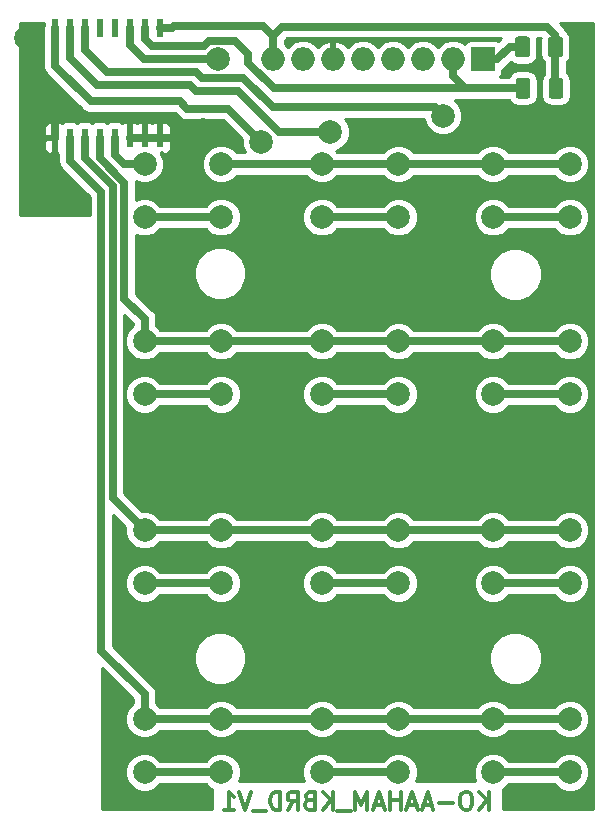
<source format=gbr>
G04 #@! TF.GenerationSoftware,KiCad,Pcbnew,5.0.2+dfsg1-1*
G04 #@! TF.CreationDate,2021-10-08T13:08:18+05:30*
G04 #@! TF.ProjectId,KEYBORD_PCB_V1,4b455942-4f52-4445-9f50-43425f56312e,rev?*
G04 #@! TF.SameCoordinates,Original*
G04 #@! TF.FileFunction,Copper,L2,Bot*
G04 #@! TF.FilePolarity,Positive*
%FSLAX46Y46*%
G04 Gerber Fmt 4.6, Leading zero omitted, Abs format (unit mm)*
G04 Created by KiCad (PCBNEW 5.0.2+dfsg1-1) date Fri 08 Oct 2021 01:08:18 PM IST*
%MOMM*%
%LPD*%
G01*
G04 APERTURE LIST*
G04 #@! TA.AperFunction,NonConductor*
%ADD10C,0.300000*%
G04 #@! TD*
G04 #@! TA.AperFunction,Conductor*
%ADD11C,0.100000*%
G04 #@! TD*
G04 #@! TA.AperFunction,SMDPad,CuDef*
%ADD12C,1.250000*%
G04 #@! TD*
G04 #@! TA.AperFunction,ComponentPad*
%ADD13O,2.000000X2.000000*%
G04 #@! TD*
G04 #@! TA.AperFunction,ComponentPad*
%ADD14R,2.000000X2.000000*%
G04 #@! TD*
G04 #@! TA.AperFunction,SMDPad,CuDef*
%ADD15R,0.600000X1.500000*%
G04 #@! TD*
G04 #@! TA.AperFunction,ComponentPad*
%ADD16C,2.000000*%
G04 #@! TD*
G04 #@! TA.AperFunction,ViaPad*
%ADD17C,2.000000*%
G04 #@! TD*
G04 #@! TA.AperFunction,Conductor*
%ADD18C,0.700000*%
G04 #@! TD*
G04 #@! TA.AperFunction,Conductor*
%ADD19C,0.254000*%
G04 #@! TD*
G04 APERTURE END LIST*
D10*
X106178571Y-103668571D02*
X106178571Y-102168571D01*
X105321428Y-103668571D02*
X105964285Y-102811428D01*
X105321428Y-102168571D02*
X106178571Y-103025714D01*
X104392857Y-102168571D02*
X104107142Y-102168571D01*
X103964285Y-102240000D01*
X103821428Y-102382857D01*
X103750000Y-102668571D01*
X103750000Y-103168571D01*
X103821428Y-103454285D01*
X103964285Y-103597142D01*
X104107142Y-103668571D01*
X104392857Y-103668571D01*
X104535714Y-103597142D01*
X104678571Y-103454285D01*
X104750000Y-103168571D01*
X104750000Y-102668571D01*
X104678571Y-102382857D01*
X104535714Y-102240000D01*
X104392857Y-102168571D01*
X103107142Y-103097142D02*
X101964285Y-103097142D01*
X101321428Y-103240000D02*
X100607142Y-103240000D01*
X101464285Y-103668571D02*
X100964285Y-102168571D01*
X100464285Y-103668571D01*
X100035714Y-103240000D02*
X99321428Y-103240000D01*
X100178571Y-103668571D02*
X99678571Y-102168571D01*
X99178571Y-103668571D01*
X98678571Y-103668571D02*
X98678571Y-102168571D01*
X98678571Y-102882857D02*
X97821428Y-102882857D01*
X97821428Y-103668571D02*
X97821428Y-102168571D01*
X97178571Y-103240000D02*
X96464285Y-103240000D01*
X97321428Y-103668571D02*
X96821428Y-102168571D01*
X96321428Y-103668571D01*
X95821428Y-103668571D02*
X95821428Y-102168571D01*
X95321428Y-103240000D01*
X94821428Y-102168571D01*
X94821428Y-103668571D01*
X94464285Y-103811428D02*
X93321428Y-103811428D01*
X92964285Y-103668571D02*
X92964285Y-102168571D01*
X92107142Y-103668571D02*
X92750000Y-102811428D01*
X92107142Y-102168571D02*
X92964285Y-103025714D01*
X90964285Y-102882857D02*
X90750000Y-102954285D01*
X90678571Y-103025714D01*
X90607142Y-103168571D01*
X90607142Y-103382857D01*
X90678571Y-103525714D01*
X90750000Y-103597142D01*
X90892857Y-103668571D01*
X91464285Y-103668571D01*
X91464285Y-102168571D01*
X90964285Y-102168571D01*
X90821428Y-102240000D01*
X90750000Y-102311428D01*
X90678571Y-102454285D01*
X90678571Y-102597142D01*
X90750000Y-102740000D01*
X90821428Y-102811428D01*
X90964285Y-102882857D01*
X91464285Y-102882857D01*
X89107142Y-103668571D02*
X89607142Y-102954285D01*
X89964285Y-103668571D02*
X89964285Y-102168571D01*
X89392857Y-102168571D01*
X89250000Y-102240000D01*
X89178571Y-102311428D01*
X89107142Y-102454285D01*
X89107142Y-102668571D01*
X89178571Y-102811428D01*
X89250000Y-102882857D01*
X89392857Y-102954285D01*
X89964285Y-102954285D01*
X88464285Y-103668571D02*
X88464285Y-102168571D01*
X88107142Y-102168571D01*
X87892857Y-102240000D01*
X87750000Y-102382857D01*
X87678571Y-102525714D01*
X87607142Y-102811428D01*
X87607142Y-103025714D01*
X87678571Y-103311428D01*
X87750000Y-103454285D01*
X87892857Y-103597142D01*
X88107142Y-103668571D01*
X88464285Y-103668571D01*
X87321428Y-103811428D02*
X86178571Y-103811428D01*
X86035714Y-102168571D02*
X85535714Y-103668571D01*
X85035714Y-102168571D01*
X83750000Y-103668571D02*
X84607142Y-103668571D01*
X84178571Y-103668571D02*
X84178571Y-102168571D01*
X84321428Y-102382857D01*
X84464285Y-102525714D01*
X84607142Y-102597142D01*
D11*
G04 #@! TO.N,SDA*
G04 #@! TO.C,R2*
G36*
X109439504Y-41716204D02*
X109463773Y-41719804D01*
X109487571Y-41725765D01*
X109510671Y-41734030D01*
X109532849Y-41744520D01*
X109553893Y-41757133D01*
X109573598Y-41771747D01*
X109591777Y-41788223D01*
X109608253Y-41806402D01*
X109622867Y-41826107D01*
X109635480Y-41847151D01*
X109645970Y-41869329D01*
X109654235Y-41892429D01*
X109660196Y-41916227D01*
X109663796Y-41940496D01*
X109665000Y-41965000D01*
X109665000Y-43215000D01*
X109663796Y-43239504D01*
X109660196Y-43263773D01*
X109654235Y-43287571D01*
X109645970Y-43310671D01*
X109635480Y-43332849D01*
X109622867Y-43353893D01*
X109608253Y-43373598D01*
X109591777Y-43391777D01*
X109573598Y-43408253D01*
X109553893Y-43422867D01*
X109532849Y-43435480D01*
X109510671Y-43445970D01*
X109487571Y-43454235D01*
X109463773Y-43460196D01*
X109439504Y-43463796D01*
X109415000Y-43465000D01*
X108665000Y-43465000D01*
X108640496Y-43463796D01*
X108616227Y-43460196D01*
X108592429Y-43454235D01*
X108569329Y-43445970D01*
X108547151Y-43435480D01*
X108526107Y-43422867D01*
X108506402Y-43408253D01*
X108488223Y-43391777D01*
X108471747Y-43373598D01*
X108457133Y-43353893D01*
X108444520Y-43332849D01*
X108434030Y-43310671D01*
X108425765Y-43287571D01*
X108419804Y-43263773D01*
X108416204Y-43239504D01*
X108415000Y-43215000D01*
X108415000Y-41965000D01*
X108416204Y-41940496D01*
X108419804Y-41916227D01*
X108425765Y-41892429D01*
X108434030Y-41869329D01*
X108444520Y-41847151D01*
X108457133Y-41826107D01*
X108471747Y-41806402D01*
X108488223Y-41788223D01*
X108506402Y-41771747D01*
X108526107Y-41757133D01*
X108547151Y-41744520D01*
X108569329Y-41734030D01*
X108592429Y-41725765D01*
X108616227Y-41719804D01*
X108640496Y-41716204D01*
X108665000Y-41715000D01*
X109415000Y-41715000D01*
X109439504Y-41716204D01*
X109439504Y-41716204D01*
G37*
D12*
G04 #@! TD*
G04 #@! TO.P,R2,1*
G04 #@! TO.N,SDA*
X109040000Y-42590000D03*
D11*
G04 #@! TO.N,+3V3*
G04 #@! TO.C,R2*
G36*
X112239504Y-41716204D02*
X112263773Y-41719804D01*
X112287571Y-41725765D01*
X112310671Y-41734030D01*
X112332849Y-41744520D01*
X112353893Y-41757133D01*
X112373598Y-41771747D01*
X112391777Y-41788223D01*
X112408253Y-41806402D01*
X112422867Y-41826107D01*
X112435480Y-41847151D01*
X112445970Y-41869329D01*
X112454235Y-41892429D01*
X112460196Y-41916227D01*
X112463796Y-41940496D01*
X112465000Y-41965000D01*
X112465000Y-43215000D01*
X112463796Y-43239504D01*
X112460196Y-43263773D01*
X112454235Y-43287571D01*
X112445970Y-43310671D01*
X112435480Y-43332849D01*
X112422867Y-43353893D01*
X112408253Y-43373598D01*
X112391777Y-43391777D01*
X112373598Y-43408253D01*
X112353893Y-43422867D01*
X112332849Y-43435480D01*
X112310671Y-43445970D01*
X112287571Y-43454235D01*
X112263773Y-43460196D01*
X112239504Y-43463796D01*
X112215000Y-43465000D01*
X111465000Y-43465000D01*
X111440496Y-43463796D01*
X111416227Y-43460196D01*
X111392429Y-43454235D01*
X111369329Y-43445970D01*
X111347151Y-43435480D01*
X111326107Y-43422867D01*
X111306402Y-43408253D01*
X111288223Y-43391777D01*
X111271747Y-43373598D01*
X111257133Y-43353893D01*
X111244520Y-43332849D01*
X111234030Y-43310671D01*
X111225765Y-43287571D01*
X111219804Y-43263773D01*
X111216204Y-43239504D01*
X111215000Y-43215000D01*
X111215000Y-41965000D01*
X111216204Y-41940496D01*
X111219804Y-41916227D01*
X111225765Y-41892429D01*
X111234030Y-41869329D01*
X111244520Y-41847151D01*
X111257133Y-41826107D01*
X111271747Y-41806402D01*
X111288223Y-41788223D01*
X111306402Y-41771747D01*
X111326107Y-41757133D01*
X111347151Y-41744520D01*
X111369329Y-41734030D01*
X111392429Y-41725765D01*
X111416227Y-41719804D01*
X111440496Y-41716204D01*
X111465000Y-41715000D01*
X112215000Y-41715000D01*
X112239504Y-41716204D01*
X112239504Y-41716204D01*
G37*
D12*
G04 #@! TD*
G04 #@! TO.P,R2,2*
G04 #@! TO.N,+3V3*
X111840000Y-42590000D03*
D13*
G04 #@! TO.P,J1,8*
G04 #@! TO.N,+3V3*
X87870000Y-40150000D03*
G04 #@! TO.P,J1,7*
G04 #@! TO.N,Net-(J1-Pad7)*
X90410000Y-40150000D03*
G04 #@! TO.P,J1,6*
G04 #@! TO.N,GND*
X92950000Y-40150000D03*
G04 #@! TO.P,J1,5*
G04 #@! TO.N,Net-(J1-Pad5)*
X95490000Y-40150000D03*
G04 #@! TO.P,J1,4*
G04 #@! TO.N,Net-(J1-Pad4)*
X98030000Y-40150000D03*
G04 #@! TO.P,J1,3*
G04 #@! TO.N,Net-(J1-Pad3)*
X100570000Y-40150000D03*
G04 #@! TO.P,J1,2*
G04 #@! TO.N,SDA*
X103110000Y-40150000D03*
D14*
G04 #@! TO.P,J1,1*
G04 #@! TO.N,SCL*
X105650000Y-40150000D03*
G04 #@! TD*
D11*
G04 #@! TO.N,SCL*
G04 #@! TO.C,R1*
G36*
X109389504Y-38206204D02*
X109413773Y-38209804D01*
X109437571Y-38215765D01*
X109460671Y-38224030D01*
X109482849Y-38234520D01*
X109503893Y-38247133D01*
X109523598Y-38261747D01*
X109541777Y-38278223D01*
X109558253Y-38296402D01*
X109572867Y-38316107D01*
X109585480Y-38337151D01*
X109595970Y-38359329D01*
X109604235Y-38382429D01*
X109610196Y-38406227D01*
X109613796Y-38430496D01*
X109615000Y-38455000D01*
X109615000Y-39705000D01*
X109613796Y-39729504D01*
X109610196Y-39753773D01*
X109604235Y-39777571D01*
X109595970Y-39800671D01*
X109585480Y-39822849D01*
X109572867Y-39843893D01*
X109558253Y-39863598D01*
X109541777Y-39881777D01*
X109523598Y-39898253D01*
X109503893Y-39912867D01*
X109482849Y-39925480D01*
X109460671Y-39935970D01*
X109437571Y-39944235D01*
X109413773Y-39950196D01*
X109389504Y-39953796D01*
X109365000Y-39955000D01*
X108615000Y-39955000D01*
X108590496Y-39953796D01*
X108566227Y-39950196D01*
X108542429Y-39944235D01*
X108519329Y-39935970D01*
X108497151Y-39925480D01*
X108476107Y-39912867D01*
X108456402Y-39898253D01*
X108438223Y-39881777D01*
X108421747Y-39863598D01*
X108407133Y-39843893D01*
X108394520Y-39822849D01*
X108384030Y-39800671D01*
X108375765Y-39777571D01*
X108369804Y-39753773D01*
X108366204Y-39729504D01*
X108365000Y-39705000D01*
X108365000Y-38455000D01*
X108366204Y-38430496D01*
X108369804Y-38406227D01*
X108375765Y-38382429D01*
X108384030Y-38359329D01*
X108394520Y-38337151D01*
X108407133Y-38316107D01*
X108421747Y-38296402D01*
X108438223Y-38278223D01*
X108456402Y-38261747D01*
X108476107Y-38247133D01*
X108497151Y-38234520D01*
X108519329Y-38224030D01*
X108542429Y-38215765D01*
X108566227Y-38209804D01*
X108590496Y-38206204D01*
X108615000Y-38205000D01*
X109365000Y-38205000D01*
X109389504Y-38206204D01*
X109389504Y-38206204D01*
G37*
D12*
G04 #@! TD*
G04 #@! TO.P,R1,2*
G04 #@! TO.N,SCL*
X108990000Y-39080000D03*
D11*
G04 #@! TO.N,+3V3*
G04 #@! TO.C,R1*
G36*
X112189504Y-38206204D02*
X112213773Y-38209804D01*
X112237571Y-38215765D01*
X112260671Y-38224030D01*
X112282849Y-38234520D01*
X112303893Y-38247133D01*
X112323598Y-38261747D01*
X112341777Y-38278223D01*
X112358253Y-38296402D01*
X112372867Y-38316107D01*
X112385480Y-38337151D01*
X112395970Y-38359329D01*
X112404235Y-38382429D01*
X112410196Y-38406227D01*
X112413796Y-38430496D01*
X112415000Y-38455000D01*
X112415000Y-39705000D01*
X112413796Y-39729504D01*
X112410196Y-39753773D01*
X112404235Y-39777571D01*
X112395970Y-39800671D01*
X112385480Y-39822849D01*
X112372867Y-39843893D01*
X112358253Y-39863598D01*
X112341777Y-39881777D01*
X112323598Y-39898253D01*
X112303893Y-39912867D01*
X112282849Y-39925480D01*
X112260671Y-39935970D01*
X112237571Y-39944235D01*
X112213773Y-39950196D01*
X112189504Y-39953796D01*
X112165000Y-39955000D01*
X111415000Y-39955000D01*
X111390496Y-39953796D01*
X111366227Y-39950196D01*
X111342429Y-39944235D01*
X111319329Y-39935970D01*
X111297151Y-39925480D01*
X111276107Y-39912867D01*
X111256402Y-39898253D01*
X111238223Y-39881777D01*
X111221747Y-39863598D01*
X111207133Y-39843893D01*
X111194520Y-39822849D01*
X111184030Y-39800671D01*
X111175765Y-39777571D01*
X111169804Y-39753773D01*
X111166204Y-39729504D01*
X111165000Y-39705000D01*
X111165000Y-38455000D01*
X111166204Y-38430496D01*
X111169804Y-38406227D01*
X111175765Y-38382429D01*
X111184030Y-38359329D01*
X111194520Y-38337151D01*
X111207133Y-38316107D01*
X111221747Y-38296402D01*
X111238223Y-38278223D01*
X111256402Y-38261747D01*
X111276107Y-38247133D01*
X111297151Y-38234520D01*
X111319329Y-38224030D01*
X111342429Y-38215765D01*
X111366227Y-38209804D01*
X111390496Y-38206204D01*
X111415000Y-38205000D01*
X112165000Y-38205000D01*
X112189504Y-38206204D01*
X112189504Y-38206204D01*
G37*
D12*
G04 #@! TD*
G04 #@! TO.P,R1,1*
G04 #@! TO.N,+3V3*
X111790000Y-39080000D03*
D15*
G04 #@! TO.P,U1,1*
G04 #@! TO.N,GND*
X78285000Y-46790000D03*
G04 #@! TO.P,U1,2*
X77015000Y-46790000D03*
G04 #@! TO.P,U1,3*
X75745000Y-46790000D03*
G04 #@! TO.P,U1,4*
G04 #@! TO.N,R1*
X74475000Y-46790000D03*
G04 #@! TO.P,U1,5*
G04 #@! TO.N,R2*
X73205000Y-46790000D03*
G04 #@! TO.P,U1,6*
G04 #@! TO.N,R3*
X71935000Y-46790000D03*
G04 #@! TO.P,U1,7*
G04 #@! TO.N,R4*
X70665000Y-46790000D03*
G04 #@! TO.P,U1,8*
G04 #@! TO.N,GND*
X69395000Y-46790000D03*
G04 #@! TO.P,U1,9*
G04 #@! TO.N,C1*
X69395000Y-37490000D03*
G04 #@! TO.P,U1,10*
G04 #@! TO.N,C2*
X70665000Y-37490000D03*
G04 #@! TO.P,U1,11*
G04 #@! TO.N,C3*
X71935000Y-37490000D03*
G04 #@! TO.P,U1,12*
G04 #@! TO.N,Net-(U1-Pad12)*
X73205000Y-37490000D03*
G04 #@! TO.P,U1,13*
G04 #@! TO.N,Net-(U1-Pad13)*
X74475000Y-37490000D03*
G04 #@! TO.P,U1,14*
G04 #@! TO.N,SCL*
X75745000Y-37490000D03*
G04 #@! TO.P,U1,15*
G04 #@! TO.N,SDA*
X77015000Y-37490000D03*
G04 #@! TO.P,U1,16*
G04 #@! TO.N,+3V3*
X78285000Y-37490000D03*
G04 #@! TD*
D16*
G04 #@! TO.P,SW1,2*
G04 #@! TO.N,C1*
X77000000Y-53500000D03*
G04 #@! TO.P,SW1,1*
G04 #@! TO.N,R1*
X77000000Y-49000000D03*
G04 #@! TO.P,SW1,2*
G04 #@! TO.N,C1*
X83500000Y-53500000D03*
G04 #@! TO.P,SW1,1*
G04 #@! TO.N,R1*
X83500000Y-49000000D03*
G04 #@! TD*
G04 #@! TO.P,SW2,1*
G04 #@! TO.N,R2*
X83500000Y-64000000D03*
G04 #@! TO.P,SW2,2*
G04 #@! TO.N,C1*
X83500000Y-68500000D03*
G04 #@! TO.P,SW2,1*
G04 #@! TO.N,R2*
X77000000Y-64000000D03*
G04 #@! TO.P,SW2,2*
G04 #@! TO.N,C1*
X77000000Y-68500000D03*
G04 #@! TD*
G04 #@! TO.P,SW3,1*
G04 #@! TO.N,R3*
X83500000Y-80000000D03*
G04 #@! TO.P,SW3,2*
G04 #@! TO.N,C1*
X83500000Y-84500000D03*
G04 #@! TO.P,SW3,1*
G04 #@! TO.N,R3*
X77000000Y-80000000D03*
G04 #@! TO.P,SW3,2*
G04 #@! TO.N,C1*
X77000000Y-84500000D03*
G04 #@! TD*
G04 #@! TO.P,SW4,2*
G04 #@! TO.N,C1*
X77000000Y-100500000D03*
G04 #@! TO.P,SW4,1*
G04 #@! TO.N,R4*
X77000000Y-96000000D03*
G04 #@! TO.P,SW4,2*
G04 #@! TO.N,C1*
X83500000Y-100500000D03*
G04 #@! TO.P,SW4,1*
G04 #@! TO.N,R4*
X83500000Y-96000000D03*
G04 #@! TD*
G04 #@! TO.P,SW5,1*
G04 #@! TO.N,R1*
X98500000Y-49000000D03*
G04 #@! TO.P,SW5,2*
G04 #@! TO.N,C2*
X98500000Y-53500000D03*
G04 #@! TO.P,SW5,1*
G04 #@! TO.N,R1*
X92000000Y-49000000D03*
G04 #@! TO.P,SW5,2*
G04 #@! TO.N,C2*
X92000000Y-53500000D03*
G04 #@! TD*
G04 #@! TO.P,SW6,1*
G04 #@! TO.N,R2*
X98500000Y-64000000D03*
G04 #@! TO.P,SW6,2*
G04 #@! TO.N,C2*
X98500000Y-68500000D03*
G04 #@! TO.P,SW6,1*
G04 #@! TO.N,R2*
X92000000Y-64000000D03*
G04 #@! TO.P,SW6,2*
G04 #@! TO.N,C2*
X92000000Y-68500000D03*
G04 #@! TD*
G04 #@! TO.P,SW7,2*
G04 #@! TO.N,C2*
X92000000Y-84500000D03*
G04 #@! TO.P,SW7,1*
G04 #@! TO.N,R3*
X92000000Y-80000000D03*
G04 #@! TO.P,SW7,2*
G04 #@! TO.N,C2*
X98500000Y-84500000D03*
G04 #@! TO.P,SW7,1*
G04 #@! TO.N,R3*
X98500000Y-80000000D03*
G04 #@! TD*
G04 #@! TO.P,SW8,1*
G04 #@! TO.N,R4*
X98500000Y-96000000D03*
G04 #@! TO.P,SW8,2*
G04 #@! TO.N,C2*
X98500000Y-100500000D03*
G04 #@! TO.P,SW8,1*
G04 #@! TO.N,R4*
X92000000Y-96000000D03*
G04 #@! TO.P,SW8,2*
G04 #@! TO.N,C2*
X92000000Y-100500000D03*
G04 #@! TD*
G04 #@! TO.P,SW9,2*
G04 #@! TO.N,C3*
X106500000Y-53500000D03*
G04 #@! TO.P,SW9,1*
G04 #@! TO.N,R1*
X106500000Y-49000000D03*
G04 #@! TO.P,SW9,2*
G04 #@! TO.N,C3*
X113000000Y-53500000D03*
G04 #@! TO.P,SW9,1*
G04 #@! TO.N,R1*
X113000000Y-49000000D03*
G04 #@! TD*
G04 #@! TO.P,SW10,2*
G04 #@! TO.N,C3*
X106500000Y-68500000D03*
G04 #@! TO.P,SW10,1*
G04 #@! TO.N,R2*
X106500000Y-64000000D03*
G04 #@! TO.P,SW10,2*
G04 #@! TO.N,C3*
X113000000Y-68500000D03*
G04 #@! TO.P,SW10,1*
G04 #@! TO.N,R2*
X113000000Y-64000000D03*
G04 #@! TD*
G04 #@! TO.P,SW11,2*
G04 #@! TO.N,C3*
X106500000Y-84500000D03*
G04 #@! TO.P,SW11,1*
G04 #@! TO.N,R3*
X106500000Y-80000000D03*
G04 #@! TO.P,SW11,2*
G04 #@! TO.N,C3*
X113000000Y-84500000D03*
G04 #@! TO.P,SW11,1*
G04 #@! TO.N,R3*
X113000000Y-80000000D03*
G04 #@! TD*
G04 #@! TO.P,SW12,1*
G04 #@! TO.N,R4*
X113000000Y-96000000D03*
G04 #@! TO.P,SW12,2*
G04 #@! TO.N,C3*
X113000000Y-100500000D03*
G04 #@! TO.P,SW12,1*
G04 #@! TO.N,R4*
X106500000Y-96000000D03*
G04 #@! TO.P,SW12,2*
G04 #@! TO.N,C3*
X106500000Y-100500000D03*
G04 #@! TD*
D17*
G04 #@! TO.N,GND*
X66990010Y-38360000D03*
X81970000Y-46140000D03*
G04 #@! TO.N,C1*
X86880003Y-47140000D03*
G04 #@! TO.N,C2*
X92730000Y-46280000D03*
G04 #@! TO.N,C3*
X102280000Y-44910000D03*
G04 #@! TO.N,SCL*
X83200024Y-40140000D03*
G04 #@! TD*
D18*
G04 #@! TO.N,R4*
X70665000Y-46790000D02*
X70665000Y-48715000D01*
X73340010Y-51390010D02*
X73340010Y-90210010D01*
X70665000Y-48715000D02*
X73340010Y-51390010D01*
X77000000Y-93870000D02*
X77000000Y-96000000D01*
X73340010Y-90210010D02*
X77000000Y-93870000D01*
X77000000Y-96000000D02*
X113000000Y-96000000D01*
G04 #@! TO.N,R3*
X77000000Y-80000000D02*
X113000000Y-80000000D01*
X74300000Y-77300000D02*
X76000001Y-79000001D01*
X76000001Y-79000001D02*
X77000000Y-80000000D01*
X71935000Y-46790000D02*
X71935000Y-48487806D01*
X74300000Y-50852806D02*
X74300000Y-77300000D01*
X71935000Y-48487806D02*
X74300000Y-50852806D01*
G04 #@! TO.N,R2*
X113000000Y-64000000D02*
X77000000Y-64000000D01*
X77000000Y-62090000D02*
X77000000Y-64000000D01*
X75300000Y-60390000D02*
X77000000Y-62090000D01*
X75300000Y-50580000D02*
X75300000Y-60390000D01*
X73205000Y-46790000D02*
X73205000Y-48485000D01*
X73205000Y-48485000D02*
X75300000Y-50580000D01*
G04 #@! TO.N,R1*
X75235000Y-49000000D02*
X75585787Y-49000000D01*
X74475000Y-48240000D02*
X75235000Y-49000000D01*
X75585787Y-49000000D02*
X77000000Y-49000000D01*
X74475000Y-46790000D02*
X74475000Y-48240000D01*
X112500000Y-49000000D02*
X83500000Y-49000000D01*
G04 #@! TO.N,+3V3*
X87870000Y-38190000D02*
X87870000Y-40150000D01*
X111790000Y-42540000D02*
X111840000Y-42590000D01*
X111790000Y-39080000D02*
X111790000Y-42540000D01*
X88680000Y-37380000D02*
X87870000Y-38190000D01*
X111065000Y-37380000D02*
X88680000Y-37380000D01*
X111790000Y-39080000D02*
X111790000Y-38105000D01*
X111790000Y-38105000D02*
X111065000Y-37380000D01*
X87010000Y-37330000D02*
X87870000Y-38190000D01*
X79480000Y-37330000D02*
X87010000Y-37330000D01*
X79320000Y-37490000D02*
X79480000Y-37330000D01*
X78285000Y-37490000D02*
X79320000Y-37490000D01*
G04 #@! TO.N,GND*
X78285000Y-46790000D02*
X75745000Y-46790000D01*
X81862501Y-46032501D02*
X81970000Y-46140000D01*
X79895787Y-46800000D02*
X80555787Y-46140000D01*
X80555787Y-46140000D02*
X81970000Y-46140000D01*
X75740000Y-46810000D02*
X75750000Y-46800000D01*
X75750000Y-46800000D02*
X79895787Y-46800000D01*
X66990010Y-39774213D02*
X66990010Y-38360000D01*
X66990010Y-43590010D02*
X66990010Y-39774213D01*
X67270000Y-43870000D02*
X66990010Y-43590010D01*
X67925000Y-43870000D02*
X67270000Y-43870000D01*
X69395000Y-46790000D02*
X69395000Y-45340000D01*
X69395000Y-45340000D02*
X67925000Y-43870000D01*
G04 #@! TO.N,C1*
X77000000Y-53500000D02*
X83500000Y-53500000D01*
X77000000Y-68500000D02*
X83500000Y-68500000D01*
X77000000Y-84500000D02*
X83500000Y-84500000D01*
X77000000Y-100500000D02*
X83500000Y-100500000D01*
X69395000Y-40027806D02*
X69400000Y-40032806D01*
X69395000Y-37490000D02*
X69395000Y-40027806D01*
X69400000Y-40032806D02*
X69400000Y-40670000D01*
X69400000Y-40670000D02*
X72430000Y-43700000D01*
X72430000Y-43700000D02*
X80010000Y-43700000D01*
X80010000Y-43700000D02*
X80620000Y-44310000D01*
X80620000Y-44310000D02*
X84070000Y-44310000D01*
X84070000Y-44310000D02*
X86950000Y-47190000D01*
G04 #@! TO.N,C2*
X72990000Y-42350000D02*
X70660000Y-40020000D01*
X81330000Y-42860000D02*
X80820000Y-42350000D01*
X84950000Y-42860000D02*
X81330000Y-42860000D01*
X80820000Y-42350000D02*
X72990000Y-42350000D01*
X88380000Y-46290000D02*
X84950000Y-42860000D01*
X92680000Y-46290000D02*
X88380000Y-46290000D01*
X70665000Y-40015000D02*
X70660000Y-40020000D01*
X70665000Y-37490000D02*
X70665000Y-40015000D01*
X92000000Y-100500000D02*
X98500000Y-100500000D01*
X92000000Y-84500000D02*
X98500000Y-84500000D01*
X92000000Y-68500000D02*
X98500000Y-68500000D01*
X92000000Y-53500000D02*
X98500000Y-53500000D01*
G04 #@! TO.N,C3*
X106500000Y-100500000D02*
X113000000Y-100500000D01*
X106500000Y-84500000D02*
X113000000Y-84500000D01*
X106500000Y-68500000D02*
X113000000Y-68500000D01*
X106000000Y-53500000D02*
X112500000Y-53500000D01*
X101610000Y-44200000D02*
X102320000Y-44910000D01*
X85340002Y-41690002D02*
X87850000Y-44200000D01*
X81860002Y-41690002D02*
X85340002Y-41690002D01*
X71935000Y-38940000D02*
X71940000Y-38945000D01*
X71935000Y-37490000D02*
X71935000Y-38940000D01*
X71940000Y-38945000D02*
X71940000Y-39330000D01*
X87850000Y-44200000D02*
X101610000Y-44200000D01*
X71940000Y-39330000D02*
X73830000Y-41220000D01*
X81390000Y-41220000D02*
X81860002Y-41690002D01*
X73830000Y-41220000D02*
X81390000Y-41220000D01*
G04 #@! TO.N,SDA*
X104135787Y-42590000D02*
X109040000Y-42590000D01*
X104045787Y-42500000D02*
X104135787Y-42590000D01*
X103110000Y-41564213D02*
X104045787Y-42500000D01*
X103110000Y-40150000D02*
X103110000Y-41564213D01*
X103955787Y-42590000D02*
X104045787Y-42500000D01*
X87944003Y-42590000D02*
X103955787Y-42590000D01*
X77015000Y-38375000D02*
X77669998Y-39029998D01*
X77015000Y-37490000D02*
X77015000Y-38375000D01*
X85780002Y-40425999D02*
X87944003Y-42590000D01*
X85780002Y-39725998D02*
X85780002Y-40425999D01*
X77669998Y-39029998D02*
X82015997Y-39029998D01*
X82015997Y-39029998D02*
X82455997Y-38589998D01*
X82455997Y-38589998D02*
X84644002Y-38589998D01*
X84644002Y-38589998D02*
X85780002Y-39725998D01*
G04 #@! TO.N,SCL*
X105650000Y-40150000D02*
X106830000Y-40150000D01*
X107900000Y-39080000D02*
X108990000Y-39080000D01*
X106830000Y-40150000D02*
X107900000Y-39080000D01*
X81785811Y-40140000D02*
X83200024Y-40140000D01*
X76945000Y-40140000D02*
X81785811Y-40140000D01*
X75745000Y-37490000D02*
X75745000Y-38940000D01*
X75745000Y-38940000D02*
X76945000Y-40140000D01*
G04 #@! TD*
D19*
G04 #@! TO.N,GND*
G36*
X68447560Y-37204163D02*
X68410000Y-37392989D01*
X68410001Y-39930793D01*
X68390704Y-40027806D01*
X68415000Y-40149951D01*
X68415000Y-40572992D01*
X68395704Y-40670000D01*
X68415000Y-40767008D01*
X68415000Y-40767012D01*
X68428658Y-40835672D01*
X68472151Y-41054327D01*
X68634902Y-41297902D01*
X68634905Y-41297905D01*
X68689856Y-41380145D01*
X68772096Y-41435096D01*
X71664902Y-44327902D01*
X71719855Y-44410145D01*
X72045672Y-44627849D01*
X72332988Y-44685000D01*
X72332991Y-44685000D01*
X72429999Y-44704296D01*
X72527007Y-44685000D01*
X79602000Y-44685000D01*
X79854900Y-44937899D01*
X79909855Y-45020145D01*
X80235672Y-45237849D01*
X80522988Y-45295000D01*
X80522991Y-45295000D01*
X80619999Y-45314296D01*
X80717007Y-45295000D01*
X83662000Y-45295000D01*
X85245003Y-46878003D01*
X85245003Y-47465222D01*
X85472729Y-48015000D01*
X84827239Y-48015000D01*
X84426153Y-47613914D01*
X83825222Y-47365000D01*
X83174778Y-47365000D01*
X82573847Y-47613914D01*
X82113914Y-48073847D01*
X81865000Y-48674778D01*
X81865000Y-49325222D01*
X82113914Y-49926153D01*
X82573847Y-50386086D01*
X83174778Y-50635000D01*
X83825222Y-50635000D01*
X84426153Y-50386086D01*
X84827239Y-49985000D01*
X90672761Y-49985000D01*
X91073847Y-50386086D01*
X91674778Y-50635000D01*
X92325222Y-50635000D01*
X92926153Y-50386086D01*
X93327239Y-49985000D01*
X97172761Y-49985000D01*
X97573847Y-50386086D01*
X98174778Y-50635000D01*
X98825222Y-50635000D01*
X99426153Y-50386086D01*
X99827239Y-49985000D01*
X105172761Y-49985000D01*
X105573847Y-50386086D01*
X106174778Y-50635000D01*
X106825222Y-50635000D01*
X107426153Y-50386086D01*
X107827239Y-49985000D01*
X111672761Y-49985000D01*
X112073847Y-50386086D01*
X112674778Y-50635000D01*
X113325222Y-50635000D01*
X113926153Y-50386086D01*
X114386086Y-49926153D01*
X114635000Y-49325222D01*
X114635000Y-48674778D01*
X114386086Y-48073847D01*
X113926153Y-47613914D01*
X113325222Y-47365000D01*
X112674778Y-47365000D01*
X112073847Y-47613914D01*
X111672761Y-48015000D01*
X107827239Y-48015000D01*
X107426153Y-47613914D01*
X106825222Y-47365000D01*
X106174778Y-47365000D01*
X105573847Y-47613914D01*
X105172761Y-48015000D01*
X99827239Y-48015000D01*
X99426153Y-47613914D01*
X98825222Y-47365000D01*
X98174778Y-47365000D01*
X97573847Y-47613914D01*
X97172761Y-48015000D01*
X93327239Y-48015000D01*
X93176856Y-47864617D01*
X93656153Y-47666086D01*
X94116086Y-47206153D01*
X94365000Y-46605222D01*
X94365000Y-45954778D01*
X94116086Y-45353847D01*
X93947239Y-45185000D01*
X100645000Y-45185000D01*
X100645000Y-45235222D01*
X100893914Y-45836153D01*
X101353847Y-46296086D01*
X101954778Y-46545000D01*
X102605222Y-46545000D01*
X103206153Y-46296086D01*
X103666086Y-45836153D01*
X103915000Y-45235222D01*
X103915000Y-44584778D01*
X103666086Y-43983847D01*
X103257239Y-43575000D01*
X103858779Y-43575000D01*
X103955787Y-43594296D01*
X104045787Y-43576394D01*
X104135786Y-43594296D01*
X104232794Y-43575000D01*
X107846942Y-43575000D01*
X108030414Y-43849586D01*
X108321565Y-44044126D01*
X108665000Y-44112440D01*
X109415000Y-44112440D01*
X109758435Y-44044126D01*
X110049586Y-43849586D01*
X110244126Y-43558435D01*
X110312440Y-43215000D01*
X110312440Y-41965000D01*
X110244126Y-41621565D01*
X110049586Y-41330414D01*
X109758435Y-41135874D01*
X109415000Y-41067560D01*
X108665000Y-41067560D01*
X108321565Y-41135874D01*
X108030414Y-41330414D01*
X107846942Y-41605000D01*
X107109686Y-41605000D01*
X107248157Y-41397765D01*
X107297440Y-41150000D01*
X107297440Y-41022315D01*
X107540145Y-40860145D01*
X107595098Y-40777902D01*
X108012185Y-40360815D01*
X108271565Y-40534126D01*
X108615000Y-40602440D01*
X109365000Y-40602440D01*
X109708435Y-40534126D01*
X109999586Y-40339586D01*
X110194126Y-40048435D01*
X110262440Y-39705000D01*
X110262440Y-38455000D01*
X110244538Y-38365000D01*
X110535462Y-38365000D01*
X110517560Y-38455000D01*
X110517560Y-39705000D01*
X110585874Y-40048435D01*
X110780414Y-40339586D01*
X110805000Y-40356014D01*
X110805001Y-41368448D01*
X110635874Y-41621565D01*
X110567560Y-41965000D01*
X110567560Y-43215000D01*
X110635874Y-43558435D01*
X110830414Y-43849586D01*
X111121565Y-44044126D01*
X111465000Y-44112440D01*
X112215000Y-44112440D01*
X112558435Y-44044126D01*
X112849586Y-43849586D01*
X113044126Y-43558435D01*
X113112440Y-43215000D01*
X113112440Y-41965000D01*
X113044126Y-41621565D01*
X112849586Y-41330414D01*
X112775000Y-41280577D01*
X112775000Y-40356014D01*
X112799586Y-40339586D01*
X112994126Y-40048435D01*
X113062440Y-39705000D01*
X113062440Y-38455000D01*
X112994126Y-38111565D01*
X112799586Y-37820414D01*
X112728201Y-37772717D01*
X112717849Y-37720672D01*
X112627665Y-37585702D01*
X112555098Y-37477097D01*
X112555096Y-37477095D01*
X112500145Y-37394855D01*
X112417904Y-37339904D01*
X112153001Y-37075000D01*
X114955000Y-37075000D01*
X114955001Y-103605000D01*
X107320715Y-103605000D01*
X107320715Y-101929760D01*
X107426153Y-101886086D01*
X107827239Y-101485000D01*
X111672761Y-101485000D01*
X112073847Y-101886086D01*
X112674778Y-102135000D01*
X113325222Y-102135000D01*
X113926153Y-101886086D01*
X114386086Y-101426153D01*
X114635000Y-100825222D01*
X114635000Y-100174778D01*
X114386086Y-99573847D01*
X113926153Y-99113914D01*
X113325222Y-98865000D01*
X112674778Y-98865000D01*
X112073847Y-99113914D01*
X111672761Y-99515000D01*
X107827239Y-99515000D01*
X107426153Y-99113914D01*
X106825222Y-98865000D01*
X106174778Y-98865000D01*
X105573847Y-99113914D01*
X105113914Y-99573847D01*
X104865000Y-100174778D01*
X104865000Y-100825222D01*
X105020238Y-101200000D01*
X99979762Y-101200000D01*
X100135000Y-100825222D01*
X100135000Y-100174778D01*
X99886086Y-99573847D01*
X99426153Y-99113914D01*
X98825222Y-98865000D01*
X98174778Y-98865000D01*
X97573847Y-99113914D01*
X97172761Y-99515000D01*
X93327239Y-99515000D01*
X92926153Y-99113914D01*
X92325222Y-98865000D01*
X91674778Y-98865000D01*
X91073847Y-99113914D01*
X90613914Y-99573847D01*
X90365000Y-100174778D01*
X90365000Y-100825222D01*
X90520238Y-101200000D01*
X84979762Y-101200000D01*
X85135000Y-100825222D01*
X85135000Y-100174778D01*
X84886086Y-99573847D01*
X84426153Y-99113914D01*
X83825222Y-98865000D01*
X83174778Y-98865000D01*
X82573847Y-99113914D01*
X82172761Y-99515000D01*
X78327239Y-99515000D01*
X77926153Y-99113914D01*
X77325222Y-98865000D01*
X76674778Y-98865000D01*
X76073847Y-99113914D01*
X75613914Y-99573847D01*
X75365000Y-100174778D01*
X75365000Y-100825222D01*
X75613914Y-101426153D01*
X76073847Y-101886086D01*
X76674778Y-102135000D01*
X77325222Y-102135000D01*
X77926153Y-101886086D01*
X78327239Y-101485000D01*
X82172761Y-101485000D01*
X82573847Y-101886086D01*
X82679286Y-101929760D01*
X82679286Y-103605000D01*
X73425000Y-103605000D01*
X73425000Y-91688000D01*
X76015000Y-94278000D01*
X76015000Y-94672761D01*
X75613914Y-95073847D01*
X75365000Y-95674778D01*
X75365000Y-96325222D01*
X75613914Y-96926153D01*
X76073847Y-97386086D01*
X76674778Y-97635000D01*
X77325222Y-97635000D01*
X77926153Y-97386086D01*
X78327239Y-96985000D01*
X82172761Y-96985000D01*
X82573847Y-97386086D01*
X83174778Y-97635000D01*
X83825222Y-97635000D01*
X84426153Y-97386086D01*
X84827239Y-96985000D01*
X90672761Y-96985000D01*
X91073847Y-97386086D01*
X91674778Y-97635000D01*
X92325222Y-97635000D01*
X92926153Y-97386086D01*
X93327239Y-96985000D01*
X97172761Y-96985000D01*
X97573847Y-97386086D01*
X98174778Y-97635000D01*
X98825222Y-97635000D01*
X99426153Y-97386086D01*
X99827239Y-96985000D01*
X105172761Y-96985000D01*
X105573847Y-97386086D01*
X106174778Y-97635000D01*
X106825222Y-97635000D01*
X107426153Y-97386086D01*
X107827239Y-96985000D01*
X111672761Y-96985000D01*
X112073847Y-97386086D01*
X112674778Y-97635000D01*
X113325222Y-97635000D01*
X113926153Y-97386086D01*
X114386086Y-96926153D01*
X114635000Y-96325222D01*
X114635000Y-95674778D01*
X114386086Y-95073847D01*
X113926153Y-94613914D01*
X113325222Y-94365000D01*
X112674778Y-94365000D01*
X112073847Y-94613914D01*
X111672761Y-95015000D01*
X107827239Y-95015000D01*
X107426153Y-94613914D01*
X106825222Y-94365000D01*
X106174778Y-94365000D01*
X105573847Y-94613914D01*
X105172761Y-95015000D01*
X99827239Y-95015000D01*
X99426153Y-94613914D01*
X98825222Y-94365000D01*
X98174778Y-94365000D01*
X97573847Y-94613914D01*
X97172761Y-95015000D01*
X93327239Y-95015000D01*
X92926153Y-94613914D01*
X92325222Y-94365000D01*
X91674778Y-94365000D01*
X91073847Y-94613914D01*
X90672761Y-95015000D01*
X84827239Y-95015000D01*
X84426153Y-94613914D01*
X83825222Y-94365000D01*
X83174778Y-94365000D01*
X82573847Y-94613914D01*
X82172761Y-95015000D01*
X78327239Y-95015000D01*
X77985000Y-94672761D01*
X77985000Y-93967006D01*
X78004296Y-93869999D01*
X77985000Y-93772992D01*
X77985000Y-93772988D01*
X77927849Y-93485672D01*
X77710145Y-93159855D01*
X77627902Y-93104902D01*
X74918431Y-90395431D01*
X81155000Y-90395431D01*
X81155000Y-91284569D01*
X81495259Y-92106026D01*
X82123974Y-92734741D01*
X82945431Y-93075000D01*
X83834569Y-93075000D01*
X84656026Y-92734741D01*
X85284741Y-92106026D01*
X85625000Y-91284569D01*
X85625000Y-90395431D01*
X106145000Y-90395431D01*
X106145000Y-91284569D01*
X106485259Y-92106026D01*
X107113974Y-92734741D01*
X107935431Y-93075000D01*
X108824569Y-93075000D01*
X109646026Y-92734741D01*
X110274741Y-92106026D01*
X110615000Y-91284569D01*
X110615000Y-90395431D01*
X110274741Y-89573974D01*
X109646026Y-88945259D01*
X108824569Y-88605000D01*
X107935431Y-88605000D01*
X107113974Y-88945259D01*
X106485259Y-89573974D01*
X106145000Y-90395431D01*
X85625000Y-90395431D01*
X85284741Y-89573974D01*
X84656026Y-88945259D01*
X83834569Y-88605000D01*
X82945431Y-88605000D01*
X82123974Y-88945259D01*
X81495259Y-89573974D01*
X81155000Y-90395431D01*
X74918431Y-90395431D01*
X74325010Y-89802010D01*
X74325010Y-84174778D01*
X75365000Y-84174778D01*
X75365000Y-84825222D01*
X75613914Y-85426153D01*
X76073847Y-85886086D01*
X76674778Y-86135000D01*
X77325222Y-86135000D01*
X77926153Y-85886086D01*
X78327239Y-85485000D01*
X82172761Y-85485000D01*
X82573847Y-85886086D01*
X83174778Y-86135000D01*
X83825222Y-86135000D01*
X84426153Y-85886086D01*
X84886086Y-85426153D01*
X85135000Y-84825222D01*
X85135000Y-84174778D01*
X90365000Y-84174778D01*
X90365000Y-84825222D01*
X90613914Y-85426153D01*
X91073847Y-85886086D01*
X91674778Y-86135000D01*
X92325222Y-86135000D01*
X92926153Y-85886086D01*
X93327239Y-85485000D01*
X97172761Y-85485000D01*
X97573847Y-85886086D01*
X98174778Y-86135000D01*
X98825222Y-86135000D01*
X99426153Y-85886086D01*
X99886086Y-85426153D01*
X100135000Y-84825222D01*
X100135000Y-84174778D01*
X104865000Y-84174778D01*
X104865000Y-84825222D01*
X105113914Y-85426153D01*
X105573847Y-85886086D01*
X106174778Y-86135000D01*
X106825222Y-86135000D01*
X107426153Y-85886086D01*
X107827239Y-85485000D01*
X111672761Y-85485000D01*
X112073847Y-85886086D01*
X112674778Y-86135000D01*
X113325222Y-86135000D01*
X113926153Y-85886086D01*
X114386086Y-85426153D01*
X114635000Y-84825222D01*
X114635000Y-84174778D01*
X114386086Y-83573847D01*
X113926153Y-83113914D01*
X113325222Y-82865000D01*
X112674778Y-82865000D01*
X112073847Y-83113914D01*
X111672761Y-83515000D01*
X107827239Y-83515000D01*
X107426153Y-83113914D01*
X106825222Y-82865000D01*
X106174778Y-82865000D01*
X105573847Y-83113914D01*
X105113914Y-83573847D01*
X104865000Y-84174778D01*
X100135000Y-84174778D01*
X99886086Y-83573847D01*
X99426153Y-83113914D01*
X98825222Y-82865000D01*
X98174778Y-82865000D01*
X97573847Y-83113914D01*
X97172761Y-83515000D01*
X93327239Y-83515000D01*
X92926153Y-83113914D01*
X92325222Y-82865000D01*
X91674778Y-82865000D01*
X91073847Y-83113914D01*
X90613914Y-83573847D01*
X90365000Y-84174778D01*
X85135000Y-84174778D01*
X84886086Y-83573847D01*
X84426153Y-83113914D01*
X83825222Y-82865000D01*
X83174778Y-82865000D01*
X82573847Y-83113914D01*
X82172761Y-83515000D01*
X78327239Y-83515000D01*
X77926153Y-83113914D01*
X77325222Y-82865000D01*
X76674778Y-82865000D01*
X76073847Y-83113914D01*
X75613914Y-83573847D01*
X75365000Y-84174778D01*
X74325010Y-84174778D01*
X74325010Y-78718010D01*
X75365000Y-79758000D01*
X75365000Y-80325222D01*
X75613914Y-80926153D01*
X76073847Y-81386086D01*
X76674778Y-81635000D01*
X77325222Y-81635000D01*
X77926153Y-81386086D01*
X78327239Y-80985000D01*
X82172761Y-80985000D01*
X82573847Y-81386086D01*
X83174778Y-81635000D01*
X83825222Y-81635000D01*
X84426153Y-81386086D01*
X84827239Y-80985000D01*
X90672761Y-80985000D01*
X91073847Y-81386086D01*
X91674778Y-81635000D01*
X92325222Y-81635000D01*
X92926153Y-81386086D01*
X93327239Y-80985000D01*
X97172761Y-80985000D01*
X97573847Y-81386086D01*
X98174778Y-81635000D01*
X98825222Y-81635000D01*
X99426153Y-81386086D01*
X99827239Y-80985000D01*
X105172761Y-80985000D01*
X105573847Y-81386086D01*
X106174778Y-81635000D01*
X106825222Y-81635000D01*
X107426153Y-81386086D01*
X107827239Y-80985000D01*
X111672761Y-80985000D01*
X112073847Y-81386086D01*
X112674778Y-81635000D01*
X113325222Y-81635000D01*
X113926153Y-81386086D01*
X114386086Y-80926153D01*
X114635000Y-80325222D01*
X114635000Y-79674778D01*
X114386086Y-79073847D01*
X113926153Y-78613914D01*
X113325222Y-78365000D01*
X112674778Y-78365000D01*
X112073847Y-78613914D01*
X111672761Y-79015000D01*
X107827239Y-79015000D01*
X107426153Y-78613914D01*
X106825222Y-78365000D01*
X106174778Y-78365000D01*
X105573847Y-78613914D01*
X105172761Y-79015000D01*
X99827239Y-79015000D01*
X99426153Y-78613914D01*
X98825222Y-78365000D01*
X98174778Y-78365000D01*
X97573847Y-78613914D01*
X97172761Y-79015000D01*
X93327239Y-79015000D01*
X92926153Y-78613914D01*
X92325222Y-78365000D01*
X91674778Y-78365000D01*
X91073847Y-78613914D01*
X90672761Y-79015000D01*
X84827239Y-79015000D01*
X84426153Y-78613914D01*
X83825222Y-78365000D01*
X83174778Y-78365000D01*
X82573847Y-78613914D01*
X82172761Y-79015000D01*
X78327239Y-79015000D01*
X77926153Y-78613914D01*
X77325222Y-78365000D01*
X76758000Y-78365000D01*
X75285000Y-76892000D01*
X75285000Y-68174778D01*
X75365000Y-68174778D01*
X75365000Y-68825222D01*
X75613914Y-69426153D01*
X76073847Y-69886086D01*
X76674778Y-70135000D01*
X77325222Y-70135000D01*
X77926153Y-69886086D01*
X78327239Y-69485000D01*
X82172761Y-69485000D01*
X82573847Y-69886086D01*
X83174778Y-70135000D01*
X83825222Y-70135000D01*
X84426153Y-69886086D01*
X84886086Y-69426153D01*
X85135000Y-68825222D01*
X85135000Y-68174778D01*
X90365000Y-68174778D01*
X90365000Y-68825222D01*
X90613914Y-69426153D01*
X91073847Y-69886086D01*
X91674778Y-70135000D01*
X92325222Y-70135000D01*
X92926153Y-69886086D01*
X93327239Y-69485000D01*
X97172761Y-69485000D01*
X97573847Y-69886086D01*
X98174778Y-70135000D01*
X98825222Y-70135000D01*
X99426153Y-69886086D01*
X99886086Y-69426153D01*
X100135000Y-68825222D01*
X100135000Y-68174778D01*
X104865000Y-68174778D01*
X104865000Y-68825222D01*
X105113914Y-69426153D01*
X105573847Y-69886086D01*
X106174778Y-70135000D01*
X106825222Y-70135000D01*
X107426153Y-69886086D01*
X107827239Y-69485000D01*
X111672761Y-69485000D01*
X112073847Y-69886086D01*
X112674778Y-70135000D01*
X113325222Y-70135000D01*
X113926153Y-69886086D01*
X114386086Y-69426153D01*
X114635000Y-68825222D01*
X114635000Y-68174778D01*
X114386086Y-67573847D01*
X113926153Y-67113914D01*
X113325222Y-66865000D01*
X112674778Y-66865000D01*
X112073847Y-67113914D01*
X111672761Y-67515000D01*
X107827239Y-67515000D01*
X107426153Y-67113914D01*
X106825222Y-66865000D01*
X106174778Y-66865000D01*
X105573847Y-67113914D01*
X105113914Y-67573847D01*
X104865000Y-68174778D01*
X100135000Y-68174778D01*
X99886086Y-67573847D01*
X99426153Y-67113914D01*
X98825222Y-66865000D01*
X98174778Y-66865000D01*
X97573847Y-67113914D01*
X97172761Y-67515000D01*
X93327239Y-67515000D01*
X92926153Y-67113914D01*
X92325222Y-66865000D01*
X91674778Y-66865000D01*
X91073847Y-67113914D01*
X90613914Y-67573847D01*
X90365000Y-68174778D01*
X85135000Y-68174778D01*
X84886086Y-67573847D01*
X84426153Y-67113914D01*
X83825222Y-66865000D01*
X83174778Y-66865000D01*
X82573847Y-67113914D01*
X82172761Y-67515000D01*
X78327239Y-67515000D01*
X77926153Y-67113914D01*
X77325222Y-66865000D01*
X76674778Y-66865000D01*
X76073847Y-67113914D01*
X75613914Y-67573847D01*
X75365000Y-68174778D01*
X75285000Y-68174778D01*
X75285000Y-61768000D01*
X76015000Y-62498000D01*
X76015000Y-62672761D01*
X75613914Y-63073847D01*
X75365000Y-63674778D01*
X75365000Y-64325222D01*
X75613914Y-64926153D01*
X76073847Y-65386086D01*
X76674778Y-65635000D01*
X77325222Y-65635000D01*
X77926153Y-65386086D01*
X78327239Y-64985000D01*
X82172761Y-64985000D01*
X82573847Y-65386086D01*
X83174778Y-65635000D01*
X83825222Y-65635000D01*
X84426153Y-65386086D01*
X84827239Y-64985000D01*
X90672761Y-64985000D01*
X91073847Y-65386086D01*
X91674778Y-65635000D01*
X92325222Y-65635000D01*
X92926153Y-65386086D01*
X93327239Y-64985000D01*
X97172761Y-64985000D01*
X97573847Y-65386086D01*
X98174778Y-65635000D01*
X98825222Y-65635000D01*
X99426153Y-65386086D01*
X99827239Y-64985000D01*
X105172761Y-64985000D01*
X105573847Y-65386086D01*
X106174778Y-65635000D01*
X106825222Y-65635000D01*
X107426153Y-65386086D01*
X107827239Y-64985000D01*
X111672761Y-64985000D01*
X112073847Y-65386086D01*
X112674778Y-65635000D01*
X113325222Y-65635000D01*
X113926153Y-65386086D01*
X114386086Y-64926153D01*
X114635000Y-64325222D01*
X114635000Y-63674778D01*
X114386086Y-63073847D01*
X113926153Y-62613914D01*
X113325222Y-62365000D01*
X112674778Y-62365000D01*
X112073847Y-62613914D01*
X111672761Y-63015000D01*
X107827239Y-63015000D01*
X107426153Y-62613914D01*
X106825222Y-62365000D01*
X106174778Y-62365000D01*
X105573847Y-62613914D01*
X105172761Y-63015000D01*
X99827239Y-63015000D01*
X99426153Y-62613914D01*
X98825222Y-62365000D01*
X98174778Y-62365000D01*
X97573847Y-62613914D01*
X97172761Y-63015000D01*
X93327239Y-63015000D01*
X92926153Y-62613914D01*
X92325222Y-62365000D01*
X91674778Y-62365000D01*
X91073847Y-62613914D01*
X90672761Y-63015000D01*
X84827239Y-63015000D01*
X84426153Y-62613914D01*
X83825222Y-62365000D01*
X83174778Y-62365000D01*
X82573847Y-62613914D01*
X82172761Y-63015000D01*
X78327239Y-63015000D01*
X77985000Y-62672761D01*
X77985000Y-62187007D01*
X78004296Y-62089999D01*
X77985000Y-61992989D01*
X77985000Y-61992988D01*
X77927849Y-61705672D01*
X77710145Y-61379855D01*
X77627902Y-61324902D01*
X76285000Y-59982000D01*
X76285000Y-57805431D01*
X81155000Y-57805431D01*
X81155000Y-58694569D01*
X81495259Y-59516026D01*
X82123974Y-60144741D01*
X82945431Y-60485000D01*
X83834569Y-60485000D01*
X84656026Y-60144741D01*
X85284741Y-59516026D01*
X85625000Y-58694569D01*
X85625000Y-57885431D01*
X106145000Y-57885431D01*
X106145000Y-58774569D01*
X106485259Y-59596026D01*
X107113974Y-60224741D01*
X107935431Y-60565000D01*
X108824569Y-60565000D01*
X109646026Y-60224741D01*
X110274741Y-59596026D01*
X110615000Y-58774569D01*
X110615000Y-57885431D01*
X110274741Y-57063974D01*
X109646026Y-56435259D01*
X108824569Y-56095000D01*
X107935431Y-56095000D01*
X107113974Y-56435259D01*
X106485259Y-57063974D01*
X106145000Y-57885431D01*
X85625000Y-57885431D01*
X85625000Y-57805431D01*
X85284741Y-56983974D01*
X84656026Y-56355259D01*
X83834569Y-56015000D01*
X82945431Y-56015000D01*
X82123974Y-56355259D01*
X81495259Y-56983974D01*
X81155000Y-57805431D01*
X76285000Y-57805431D01*
X76285000Y-54973549D01*
X76674778Y-55135000D01*
X77325222Y-55135000D01*
X77926153Y-54886086D01*
X78327239Y-54485000D01*
X82172761Y-54485000D01*
X82573847Y-54886086D01*
X83174778Y-55135000D01*
X83825222Y-55135000D01*
X84426153Y-54886086D01*
X84886086Y-54426153D01*
X85135000Y-53825222D01*
X85135000Y-53174778D01*
X90365000Y-53174778D01*
X90365000Y-53825222D01*
X90613914Y-54426153D01*
X91073847Y-54886086D01*
X91674778Y-55135000D01*
X92325222Y-55135000D01*
X92926153Y-54886086D01*
X93327239Y-54485000D01*
X97172761Y-54485000D01*
X97573847Y-54886086D01*
X98174778Y-55135000D01*
X98825222Y-55135000D01*
X99426153Y-54886086D01*
X99886086Y-54426153D01*
X100135000Y-53825222D01*
X100135000Y-53174778D01*
X104865000Y-53174778D01*
X104865000Y-53825222D01*
X105113914Y-54426153D01*
X105573847Y-54886086D01*
X106174778Y-55135000D01*
X106825222Y-55135000D01*
X107426153Y-54886086D01*
X107827239Y-54485000D01*
X111672761Y-54485000D01*
X112073847Y-54886086D01*
X112674778Y-55135000D01*
X113325222Y-55135000D01*
X113926153Y-54886086D01*
X114386086Y-54426153D01*
X114635000Y-53825222D01*
X114635000Y-53174778D01*
X114386086Y-52573847D01*
X113926153Y-52113914D01*
X113325222Y-51865000D01*
X112674778Y-51865000D01*
X112073847Y-52113914D01*
X111672761Y-52515000D01*
X107827239Y-52515000D01*
X107426153Y-52113914D01*
X106825222Y-51865000D01*
X106174778Y-51865000D01*
X105573847Y-52113914D01*
X105113914Y-52573847D01*
X104865000Y-53174778D01*
X100135000Y-53174778D01*
X99886086Y-52573847D01*
X99426153Y-52113914D01*
X98825222Y-51865000D01*
X98174778Y-51865000D01*
X97573847Y-52113914D01*
X97172761Y-52515000D01*
X93327239Y-52515000D01*
X92926153Y-52113914D01*
X92325222Y-51865000D01*
X91674778Y-51865000D01*
X91073847Y-52113914D01*
X90613914Y-52573847D01*
X90365000Y-53174778D01*
X85135000Y-53174778D01*
X84886086Y-52573847D01*
X84426153Y-52113914D01*
X83825222Y-51865000D01*
X83174778Y-51865000D01*
X82573847Y-52113914D01*
X82172761Y-52515000D01*
X78327239Y-52515000D01*
X77926153Y-52113914D01*
X77325222Y-51865000D01*
X76674778Y-51865000D01*
X76285000Y-52026451D01*
X76285000Y-50677006D01*
X76304296Y-50579999D01*
X76285000Y-50482992D01*
X76285000Y-50482988D01*
X76282954Y-50472701D01*
X76674778Y-50635000D01*
X77325222Y-50635000D01*
X77926153Y-50386086D01*
X78386086Y-49926153D01*
X78635000Y-49325222D01*
X78635000Y-48674778D01*
X78412002Y-48136414D01*
X78412002Y-48016252D01*
X78570750Y-48175000D01*
X78711310Y-48175000D01*
X78944699Y-48078327D01*
X79123327Y-47899698D01*
X79220000Y-47666309D01*
X79220000Y-47075750D01*
X79061250Y-46917000D01*
X78412000Y-46917000D01*
X78412000Y-46937000D01*
X78158000Y-46937000D01*
X78158000Y-46917000D01*
X77142000Y-46917000D01*
X77142000Y-46937000D01*
X76888000Y-46937000D01*
X76888000Y-46917000D01*
X75872000Y-46917000D01*
X75872000Y-46937000D01*
X75618000Y-46937000D01*
X75618000Y-46917000D01*
X75598000Y-46917000D01*
X75598000Y-46663000D01*
X75618000Y-46663000D01*
X75618000Y-45563750D01*
X75872000Y-45563750D01*
X75872000Y-46663000D01*
X76888000Y-46663000D01*
X76888000Y-45563750D01*
X77142000Y-45563750D01*
X77142000Y-46663000D01*
X78158000Y-46663000D01*
X78158000Y-45563750D01*
X78412000Y-45563750D01*
X78412000Y-46663000D01*
X79061250Y-46663000D01*
X79220000Y-46504250D01*
X79220000Y-45913691D01*
X79123327Y-45680302D01*
X78944699Y-45501673D01*
X78711310Y-45405000D01*
X78570750Y-45405000D01*
X78412000Y-45563750D01*
X78158000Y-45563750D01*
X77999250Y-45405000D01*
X77858690Y-45405000D01*
X77650000Y-45491442D01*
X77441310Y-45405000D01*
X77300750Y-45405000D01*
X77142000Y-45563750D01*
X76888000Y-45563750D01*
X76729250Y-45405000D01*
X76588690Y-45405000D01*
X76380000Y-45491442D01*
X76171310Y-45405000D01*
X76030750Y-45405000D01*
X75872000Y-45563750D01*
X75618000Y-45563750D01*
X75459250Y-45405000D01*
X75318690Y-45405000D01*
X75101972Y-45494768D01*
X75022765Y-45441843D01*
X74775000Y-45392560D01*
X74175000Y-45392560D01*
X73927235Y-45441843D01*
X73840000Y-45500132D01*
X73752765Y-45441843D01*
X73505000Y-45392560D01*
X72905000Y-45392560D01*
X72657235Y-45441843D01*
X72570000Y-45500132D01*
X72482765Y-45441843D01*
X72235000Y-45392560D01*
X71635000Y-45392560D01*
X71387235Y-45441843D01*
X71300000Y-45500132D01*
X71212765Y-45441843D01*
X70965000Y-45392560D01*
X70365000Y-45392560D01*
X70117235Y-45441843D01*
X70038028Y-45494768D01*
X69821310Y-45405000D01*
X69680750Y-45405000D01*
X69522000Y-45563750D01*
X69522000Y-46663000D01*
X69542000Y-46663000D01*
X69542000Y-46917000D01*
X69522000Y-46917000D01*
X69522000Y-48016250D01*
X69680001Y-48174251D01*
X69680001Y-48617987D01*
X69660704Y-48715000D01*
X69737151Y-49099327D01*
X69899902Y-49342902D01*
X69899905Y-49342905D01*
X69954856Y-49425145D01*
X70037096Y-49480096D01*
X72355010Y-51798010D01*
X72355010Y-53335000D01*
X66425000Y-53335000D01*
X66425000Y-47075750D01*
X68460000Y-47075750D01*
X68460000Y-47666309D01*
X68556673Y-47899698D01*
X68735301Y-48078327D01*
X68968690Y-48175000D01*
X69109250Y-48175000D01*
X69268000Y-48016250D01*
X69268000Y-46917000D01*
X68618750Y-46917000D01*
X68460000Y-47075750D01*
X66425000Y-47075750D01*
X66425000Y-45913691D01*
X68460000Y-45913691D01*
X68460000Y-46504250D01*
X68618750Y-46663000D01*
X69268000Y-46663000D01*
X69268000Y-45563750D01*
X69109250Y-45405000D01*
X68968690Y-45405000D01*
X68735301Y-45501673D01*
X68556673Y-45680302D01*
X68460000Y-45913691D01*
X66425000Y-45913691D01*
X66425000Y-37075000D01*
X68447560Y-37075000D01*
X68447560Y-37204163D01*
X68447560Y-37204163D01*
G37*
X68447560Y-37204163D02*
X68410000Y-37392989D01*
X68410001Y-39930793D01*
X68390704Y-40027806D01*
X68415000Y-40149951D01*
X68415000Y-40572992D01*
X68395704Y-40670000D01*
X68415000Y-40767008D01*
X68415000Y-40767012D01*
X68428658Y-40835672D01*
X68472151Y-41054327D01*
X68634902Y-41297902D01*
X68634905Y-41297905D01*
X68689856Y-41380145D01*
X68772096Y-41435096D01*
X71664902Y-44327902D01*
X71719855Y-44410145D01*
X72045672Y-44627849D01*
X72332988Y-44685000D01*
X72332991Y-44685000D01*
X72429999Y-44704296D01*
X72527007Y-44685000D01*
X79602000Y-44685000D01*
X79854900Y-44937899D01*
X79909855Y-45020145D01*
X80235672Y-45237849D01*
X80522988Y-45295000D01*
X80522991Y-45295000D01*
X80619999Y-45314296D01*
X80717007Y-45295000D01*
X83662000Y-45295000D01*
X85245003Y-46878003D01*
X85245003Y-47465222D01*
X85472729Y-48015000D01*
X84827239Y-48015000D01*
X84426153Y-47613914D01*
X83825222Y-47365000D01*
X83174778Y-47365000D01*
X82573847Y-47613914D01*
X82113914Y-48073847D01*
X81865000Y-48674778D01*
X81865000Y-49325222D01*
X82113914Y-49926153D01*
X82573847Y-50386086D01*
X83174778Y-50635000D01*
X83825222Y-50635000D01*
X84426153Y-50386086D01*
X84827239Y-49985000D01*
X90672761Y-49985000D01*
X91073847Y-50386086D01*
X91674778Y-50635000D01*
X92325222Y-50635000D01*
X92926153Y-50386086D01*
X93327239Y-49985000D01*
X97172761Y-49985000D01*
X97573847Y-50386086D01*
X98174778Y-50635000D01*
X98825222Y-50635000D01*
X99426153Y-50386086D01*
X99827239Y-49985000D01*
X105172761Y-49985000D01*
X105573847Y-50386086D01*
X106174778Y-50635000D01*
X106825222Y-50635000D01*
X107426153Y-50386086D01*
X107827239Y-49985000D01*
X111672761Y-49985000D01*
X112073847Y-50386086D01*
X112674778Y-50635000D01*
X113325222Y-50635000D01*
X113926153Y-50386086D01*
X114386086Y-49926153D01*
X114635000Y-49325222D01*
X114635000Y-48674778D01*
X114386086Y-48073847D01*
X113926153Y-47613914D01*
X113325222Y-47365000D01*
X112674778Y-47365000D01*
X112073847Y-47613914D01*
X111672761Y-48015000D01*
X107827239Y-48015000D01*
X107426153Y-47613914D01*
X106825222Y-47365000D01*
X106174778Y-47365000D01*
X105573847Y-47613914D01*
X105172761Y-48015000D01*
X99827239Y-48015000D01*
X99426153Y-47613914D01*
X98825222Y-47365000D01*
X98174778Y-47365000D01*
X97573847Y-47613914D01*
X97172761Y-48015000D01*
X93327239Y-48015000D01*
X93176856Y-47864617D01*
X93656153Y-47666086D01*
X94116086Y-47206153D01*
X94365000Y-46605222D01*
X94365000Y-45954778D01*
X94116086Y-45353847D01*
X93947239Y-45185000D01*
X100645000Y-45185000D01*
X100645000Y-45235222D01*
X100893914Y-45836153D01*
X101353847Y-46296086D01*
X101954778Y-46545000D01*
X102605222Y-46545000D01*
X103206153Y-46296086D01*
X103666086Y-45836153D01*
X103915000Y-45235222D01*
X103915000Y-44584778D01*
X103666086Y-43983847D01*
X103257239Y-43575000D01*
X103858779Y-43575000D01*
X103955787Y-43594296D01*
X104045787Y-43576394D01*
X104135786Y-43594296D01*
X104232794Y-43575000D01*
X107846942Y-43575000D01*
X108030414Y-43849586D01*
X108321565Y-44044126D01*
X108665000Y-44112440D01*
X109415000Y-44112440D01*
X109758435Y-44044126D01*
X110049586Y-43849586D01*
X110244126Y-43558435D01*
X110312440Y-43215000D01*
X110312440Y-41965000D01*
X110244126Y-41621565D01*
X110049586Y-41330414D01*
X109758435Y-41135874D01*
X109415000Y-41067560D01*
X108665000Y-41067560D01*
X108321565Y-41135874D01*
X108030414Y-41330414D01*
X107846942Y-41605000D01*
X107109686Y-41605000D01*
X107248157Y-41397765D01*
X107297440Y-41150000D01*
X107297440Y-41022315D01*
X107540145Y-40860145D01*
X107595098Y-40777902D01*
X108012185Y-40360815D01*
X108271565Y-40534126D01*
X108615000Y-40602440D01*
X109365000Y-40602440D01*
X109708435Y-40534126D01*
X109999586Y-40339586D01*
X110194126Y-40048435D01*
X110262440Y-39705000D01*
X110262440Y-38455000D01*
X110244538Y-38365000D01*
X110535462Y-38365000D01*
X110517560Y-38455000D01*
X110517560Y-39705000D01*
X110585874Y-40048435D01*
X110780414Y-40339586D01*
X110805000Y-40356014D01*
X110805001Y-41368448D01*
X110635874Y-41621565D01*
X110567560Y-41965000D01*
X110567560Y-43215000D01*
X110635874Y-43558435D01*
X110830414Y-43849586D01*
X111121565Y-44044126D01*
X111465000Y-44112440D01*
X112215000Y-44112440D01*
X112558435Y-44044126D01*
X112849586Y-43849586D01*
X113044126Y-43558435D01*
X113112440Y-43215000D01*
X113112440Y-41965000D01*
X113044126Y-41621565D01*
X112849586Y-41330414D01*
X112775000Y-41280577D01*
X112775000Y-40356014D01*
X112799586Y-40339586D01*
X112994126Y-40048435D01*
X113062440Y-39705000D01*
X113062440Y-38455000D01*
X112994126Y-38111565D01*
X112799586Y-37820414D01*
X112728201Y-37772717D01*
X112717849Y-37720672D01*
X112627665Y-37585702D01*
X112555098Y-37477097D01*
X112555096Y-37477095D01*
X112500145Y-37394855D01*
X112417904Y-37339904D01*
X112153001Y-37075000D01*
X114955000Y-37075000D01*
X114955001Y-103605000D01*
X107320715Y-103605000D01*
X107320715Y-101929760D01*
X107426153Y-101886086D01*
X107827239Y-101485000D01*
X111672761Y-101485000D01*
X112073847Y-101886086D01*
X112674778Y-102135000D01*
X113325222Y-102135000D01*
X113926153Y-101886086D01*
X114386086Y-101426153D01*
X114635000Y-100825222D01*
X114635000Y-100174778D01*
X114386086Y-99573847D01*
X113926153Y-99113914D01*
X113325222Y-98865000D01*
X112674778Y-98865000D01*
X112073847Y-99113914D01*
X111672761Y-99515000D01*
X107827239Y-99515000D01*
X107426153Y-99113914D01*
X106825222Y-98865000D01*
X106174778Y-98865000D01*
X105573847Y-99113914D01*
X105113914Y-99573847D01*
X104865000Y-100174778D01*
X104865000Y-100825222D01*
X105020238Y-101200000D01*
X99979762Y-101200000D01*
X100135000Y-100825222D01*
X100135000Y-100174778D01*
X99886086Y-99573847D01*
X99426153Y-99113914D01*
X98825222Y-98865000D01*
X98174778Y-98865000D01*
X97573847Y-99113914D01*
X97172761Y-99515000D01*
X93327239Y-99515000D01*
X92926153Y-99113914D01*
X92325222Y-98865000D01*
X91674778Y-98865000D01*
X91073847Y-99113914D01*
X90613914Y-99573847D01*
X90365000Y-100174778D01*
X90365000Y-100825222D01*
X90520238Y-101200000D01*
X84979762Y-101200000D01*
X85135000Y-100825222D01*
X85135000Y-100174778D01*
X84886086Y-99573847D01*
X84426153Y-99113914D01*
X83825222Y-98865000D01*
X83174778Y-98865000D01*
X82573847Y-99113914D01*
X82172761Y-99515000D01*
X78327239Y-99515000D01*
X77926153Y-99113914D01*
X77325222Y-98865000D01*
X76674778Y-98865000D01*
X76073847Y-99113914D01*
X75613914Y-99573847D01*
X75365000Y-100174778D01*
X75365000Y-100825222D01*
X75613914Y-101426153D01*
X76073847Y-101886086D01*
X76674778Y-102135000D01*
X77325222Y-102135000D01*
X77926153Y-101886086D01*
X78327239Y-101485000D01*
X82172761Y-101485000D01*
X82573847Y-101886086D01*
X82679286Y-101929760D01*
X82679286Y-103605000D01*
X73425000Y-103605000D01*
X73425000Y-91688000D01*
X76015000Y-94278000D01*
X76015000Y-94672761D01*
X75613914Y-95073847D01*
X75365000Y-95674778D01*
X75365000Y-96325222D01*
X75613914Y-96926153D01*
X76073847Y-97386086D01*
X76674778Y-97635000D01*
X77325222Y-97635000D01*
X77926153Y-97386086D01*
X78327239Y-96985000D01*
X82172761Y-96985000D01*
X82573847Y-97386086D01*
X83174778Y-97635000D01*
X83825222Y-97635000D01*
X84426153Y-97386086D01*
X84827239Y-96985000D01*
X90672761Y-96985000D01*
X91073847Y-97386086D01*
X91674778Y-97635000D01*
X92325222Y-97635000D01*
X92926153Y-97386086D01*
X93327239Y-96985000D01*
X97172761Y-96985000D01*
X97573847Y-97386086D01*
X98174778Y-97635000D01*
X98825222Y-97635000D01*
X99426153Y-97386086D01*
X99827239Y-96985000D01*
X105172761Y-96985000D01*
X105573847Y-97386086D01*
X106174778Y-97635000D01*
X106825222Y-97635000D01*
X107426153Y-97386086D01*
X107827239Y-96985000D01*
X111672761Y-96985000D01*
X112073847Y-97386086D01*
X112674778Y-97635000D01*
X113325222Y-97635000D01*
X113926153Y-97386086D01*
X114386086Y-96926153D01*
X114635000Y-96325222D01*
X114635000Y-95674778D01*
X114386086Y-95073847D01*
X113926153Y-94613914D01*
X113325222Y-94365000D01*
X112674778Y-94365000D01*
X112073847Y-94613914D01*
X111672761Y-95015000D01*
X107827239Y-95015000D01*
X107426153Y-94613914D01*
X106825222Y-94365000D01*
X106174778Y-94365000D01*
X105573847Y-94613914D01*
X105172761Y-95015000D01*
X99827239Y-95015000D01*
X99426153Y-94613914D01*
X98825222Y-94365000D01*
X98174778Y-94365000D01*
X97573847Y-94613914D01*
X97172761Y-95015000D01*
X93327239Y-95015000D01*
X92926153Y-94613914D01*
X92325222Y-94365000D01*
X91674778Y-94365000D01*
X91073847Y-94613914D01*
X90672761Y-95015000D01*
X84827239Y-95015000D01*
X84426153Y-94613914D01*
X83825222Y-94365000D01*
X83174778Y-94365000D01*
X82573847Y-94613914D01*
X82172761Y-95015000D01*
X78327239Y-95015000D01*
X77985000Y-94672761D01*
X77985000Y-93967006D01*
X78004296Y-93869999D01*
X77985000Y-93772992D01*
X77985000Y-93772988D01*
X77927849Y-93485672D01*
X77710145Y-93159855D01*
X77627902Y-93104902D01*
X74918431Y-90395431D01*
X81155000Y-90395431D01*
X81155000Y-91284569D01*
X81495259Y-92106026D01*
X82123974Y-92734741D01*
X82945431Y-93075000D01*
X83834569Y-93075000D01*
X84656026Y-92734741D01*
X85284741Y-92106026D01*
X85625000Y-91284569D01*
X85625000Y-90395431D01*
X106145000Y-90395431D01*
X106145000Y-91284569D01*
X106485259Y-92106026D01*
X107113974Y-92734741D01*
X107935431Y-93075000D01*
X108824569Y-93075000D01*
X109646026Y-92734741D01*
X110274741Y-92106026D01*
X110615000Y-91284569D01*
X110615000Y-90395431D01*
X110274741Y-89573974D01*
X109646026Y-88945259D01*
X108824569Y-88605000D01*
X107935431Y-88605000D01*
X107113974Y-88945259D01*
X106485259Y-89573974D01*
X106145000Y-90395431D01*
X85625000Y-90395431D01*
X85284741Y-89573974D01*
X84656026Y-88945259D01*
X83834569Y-88605000D01*
X82945431Y-88605000D01*
X82123974Y-88945259D01*
X81495259Y-89573974D01*
X81155000Y-90395431D01*
X74918431Y-90395431D01*
X74325010Y-89802010D01*
X74325010Y-84174778D01*
X75365000Y-84174778D01*
X75365000Y-84825222D01*
X75613914Y-85426153D01*
X76073847Y-85886086D01*
X76674778Y-86135000D01*
X77325222Y-86135000D01*
X77926153Y-85886086D01*
X78327239Y-85485000D01*
X82172761Y-85485000D01*
X82573847Y-85886086D01*
X83174778Y-86135000D01*
X83825222Y-86135000D01*
X84426153Y-85886086D01*
X84886086Y-85426153D01*
X85135000Y-84825222D01*
X85135000Y-84174778D01*
X90365000Y-84174778D01*
X90365000Y-84825222D01*
X90613914Y-85426153D01*
X91073847Y-85886086D01*
X91674778Y-86135000D01*
X92325222Y-86135000D01*
X92926153Y-85886086D01*
X93327239Y-85485000D01*
X97172761Y-85485000D01*
X97573847Y-85886086D01*
X98174778Y-86135000D01*
X98825222Y-86135000D01*
X99426153Y-85886086D01*
X99886086Y-85426153D01*
X100135000Y-84825222D01*
X100135000Y-84174778D01*
X104865000Y-84174778D01*
X104865000Y-84825222D01*
X105113914Y-85426153D01*
X105573847Y-85886086D01*
X106174778Y-86135000D01*
X106825222Y-86135000D01*
X107426153Y-85886086D01*
X107827239Y-85485000D01*
X111672761Y-85485000D01*
X112073847Y-85886086D01*
X112674778Y-86135000D01*
X113325222Y-86135000D01*
X113926153Y-85886086D01*
X114386086Y-85426153D01*
X114635000Y-84825222D01*
X114635000Y-84174778D01*
X114386086Y-83573847D01*
X113926153Y-83113914D01*
X113325222Y-82865000D01*
X112674778Y-82865000D01*
X112073847Y-83113914D01*
X111672761Y-83515000D01*
X107827239Y-83515000D01*
X107426153Y-83113914D01*
X106825222Y-82865000D01*
X106174778Y-82865000D01*
X105573847Y-83113914D01*
X105113914Y-83573847D01*
X104865000Y-84174778D01*
X100135000Y-84174778D01*
X99886086Y-83573847D01*
X99426153Y-83113914D01*
X98825222Y-82865000D01*
X98174778Y-82865000D01*
X97573847Y-83113914D01*
X97172761Y-83515000D01*
X93327239Y-83515000D01*
X92926153Y-83113914D01*
X92325222Y-82865000D01*
X91674778Y-82865000D01*
X91073847Y-83113914D01*
X90613914Y-83573847D01*
X90365000Y-84174778D01*
X85135000Y-84174778D01*
X84886086Y-83573847D01*
X84426153Y-83113914D01*
X83825222Y-82865000D01*
X83174778Y-82865000D01*
X82573847Y-83113914D01*
X82172761Y-83515000D01*
X78327239Y-83515000D01*
X77926153Y-83113914D01*
X77325222Y-82865000D01*
X76674778Y-82865000D01*
X76073847Y-83113914D01*
X75613914Y-83573847D01*
X75365000Y-84174778D01*
X74325010Y-84174778D01*
X74325010Y-78718010D01*
X75365000Y-79758000D01*
X75365000Y-80325222D01*
X75613914Y-80926153D01*
X76073847Y-81386086D01*
X76674778Y-81635000D01*
X77325222Y-81635000D01*
X77926153Y-81386086D01*
X78327239Y-80985000D01*
X82172761Y-80985000D01*
X82573847Y-81386086D01*
X83174778Y-81635000D01*
X83825222Y-81635000D01*
X84426153Y-81386086D01*
X84827239Y-80985000D01*
X90672761Y-80985000D01*
X91073847Y-81386086D01*
X91674778Y-81635000D01*
X92325222Y-81635000D01*
X92926153Y-81386086D01*
X93327239Y-80985000D01*
X97172761Y-80985000D01*
X97573847Y-81386086D01*
X98174778Y-81635000D01*
X98825222Y-81635000D01*
X99426153Y-81386086D01*
X99827239Y-80985000D01*
X105172761Y-80985000D01*
X105573847Y-81386086D01*
X106174778Y-81635000D01*
X106825222Y-81635000D01*
X107426153Y-81386086D01*
X107827239Y-80985000D01*
X111672761Y-80985000D01*
X112073847Y-81386086D01*
X112674778Y-81635000D01*
X113325222Y-81635000D01*
X113926153Y-81386086D01*
X114386086Y-80926153D01*
X114635000Y-80325222D01*
X114635000Y-79674778D01*
X114386086Y-79073847D01*
X113926153Y-78613914D01*
X113325222Y-78365000D01*
X112674778Y-78365000D01*
X112073847Y-78613914D01*
X111672761Y-79015000D01*
X107827239Y-79015000D01*
X107426153Y-78613914D01*
X106825222Y-78365000D01*
X106174778Y-78365000D01*
X105573847Y-78613914D01*
X105172761Y-79015000D01*
X99827239Y-79015000D01*
X99426153Y-78613914D01*
X98825222Y-78365000D01*
X98174778Y-78365000D01*
X97573847Y-78613914D01*
X97172761Y-79015000D01*
X93327239Y-79015000D01*
X92926153Y-78613914D01*
X92325222Y-78365000D01*
X91674778Y-78365000D01*
X91073847Y-78613914D01*
X90672761Y-79015000D01*
X84827239Y-79015000D01*
X84426153Y-78613914D01*
X83825222Y-78365000D01*
X83174778Y-78365000D01*
X82573847Y-78613914D01*
X82172761Y-79015000D01*
X78327239Y-79015000D01*
X77926153Y-78613914D01*
X77325222Y-78365000D01*
X76758000Y-78365000D01*
X75285000Y-76892000D01*
X75285000Y-68174778D01*
X75365000Y-68174778D01*
X75365000Y-68825222D01*
X75613914Y-69426153D01*
X76073847Y-69886086D01*
X76674778Y-70135000D01*
X77325222Y-70135000D01*
X77926153Y-69886086D01*
X78327239Y-69485000D01*
X82172761Y-69485000D01*
X82573847Y-69886086D01*
X83174778Y-70135000D01*
X83825222Y-70135000D01*
X84426153Y-69886086D01*
X84886086Y-69426153D01*
X85135000Y-68825222D01*
X85135000Y-68174778D01*
X90365000Y-68174778D01*
X90365000Y-68825222D01*
X90613914Y-69426153D01*
X91073847Y-69886086D01*
X91674778Y-70135000D01*
X92325222Y-70135000D01*
X92926153Y-69886086D01*
X93327239Y-69485000D01*
X97172761Y-69485000D01*
X97573847Y-69886086D01*
X98174778Y-70135000D01*
X98825222Y-70135000D01*
X99426153Y-69886086D01*
X99886086Y-69426153D01*
X100135000Y-68825222D01*
X100135000Y-68174778D01*
X104865000Y-68174778D01*
X104865000Y-68825222D01*
X105113914Y-69426153D01*
X105573847Y-69886086D01*
X106174778Y-70135000D01*
X106825222Y-70135000D01*
X107426153Y-69886086D01*
X107827239Y-69485000D01*
X111672761Y-69485000D01*
X112073847Y-69886086D01*
X112674778Y-70135000D01*
X113325222Y-70135000D01*
X113926153Y-69886086D01*
X114386086Y-69426153D01*
X114635000Y-68825222D01*
X114635000Y-68174778D01*
X114386086Y-67573847D01*
X113926153Y-67113914D01*
X113325222Y-66865000D01*
X112674778Y-66865000D01*
X112073847Y-67113914D01*
X111672761Y-67515000D01*
X107827239Y-67515000D01*
X107426153Y-67113914D01*
X106825222Y-66865000D01*
X106174778Y-66865000D01*
X105573847Y-67113914D01*
X105113914Y-67573847D01*
X104865000Y-68174778D01*
X100135000Y-68174778D01*
X99886086Y-67573847D01*
X99426153Y-67113914D01*
X98825222Y-66865000D01*
X98174778Y-66865000D01*
X97573847Y-67113914D01*
X97172761Y-67515000D01*
X93327239Y-67515000D01*
X92926153Y-67113914D01*
X92325222Y-66865000D01*
X91674778Y-66865000D01*
X91073847Y-67113914D01*
X90613914Y-67573847D01*
X90365000Y-68174778D01*
X85135000Y-68174778D01*
X84886086Y-67573847D01*
X84426153Y-67113914D01*
X83825222Y-66865000D01*
X83174778Y-66865000D01*
X82573847Y-67113914D01*
X82172761Y-67515000D01*
X78327239Y-67515000D01*
X77926153Y-67113914D01*
X77325222Y-66865000D01*
X76674778Y-66865000D01*
X76073847Y-67113914D01*
X75613914Y-67573847D01*
X75365000Y-68174778D01*
X75285000Y-68174778D01*
X75285000Y-61768000D01*
X76015000Y-62498000D01*
X76015000Y-62672761D01*
X75613914Y-63073847D01*
X75365000Y-63674778D01*
X75365000Y-64325222D01*
X75613914Y-64926153D01*
X76073847Y-65386086D01*
X76674778Y-65635000D01*
X77325222Y-65635000D01*
X77926153Y-65386086D01*
X78327239Y-64985000D01*
X82172761Y-64985000D01*
X82573847Y-65386086D01*
X83174778Y-65635000D01*
X83825222Y-65635000D01*
X84426153Y-65386086D01*
X84827239Y-64985000D01*
X90672761Y-64985000D01*
X91073847Y-65386086D01*
X91674778Y-65635000D01*
X92325222Y-65635000D01*
X92926153Y-65386086D01*
X93327239Y-64985000D01*
X97172761Y-64985000D01*
X97573847Y-65386086D01*
X98174778Y-65635000D01*
X98825222Y-65635000D01*
X99426153Y-65386086D01*
X99827239Y-64985000D01*
X105172761Y-64985000D01*
X105573847Y-65386086D01*
X106174778Y-65635000D01*
X106825222Y-65635000D01*
X107426153Y-65386086D01*
X107827239Y-64985000D01*
X111672761Y-64985000D01*
X112073847Y-65386086D01*
X112674778Y-65635000D01*
X113325222Y-65635000D01*
X113926153Y-65386086D01*
X114386086Y-64926153D01*
X114635000Y-64325222D01*
X114635000Y-63674778D01*
X114386086Y-63073847D01*
X113926153Y-62613914D01*
X113325222Y-62365000D01*
X112674778Y-62365000D01*
X112073847Y-62613914D01*
X111672761Y-63015000D01*
X107827239Y-63015000D01*
X107426153Y-62613914D01*
X106825222Y-62365000D01*
X106174778Y-62365000D01*
X105573847Y-62613914D01*
X105172761Y-63015000D01*
X99827239Y-63015000D01*
X99426153Y-62613914D01*
X98825222Y-62365000D01*
X98174778Y-62365000D01*
X97573847Y-62613914D01*
X97172761Y-63015000D01*
X93327239Y-63015000D01*
X92926153Y-62613914D01*
X92325222Y-62365000D01*
X91674778Y-62365000D01*
X91073847Y-62613914D01*
X90672761Y-63015000D01*
X84827239Y-63015000D01*
X84426153Y-62613914D01*
X83825222Y-62365000D01*
X83174778Y-62365000D01*
X82573847Y-62613914D01*
X82172761Y-63015000D01*
X78327239Y-63015000D01*
X77985000Y-62672761D01*
X77985000Y-62187007D01*
X78004296Y-62089999D01*
X77985000Y-61992989D01*
X77985000Y-61992988D01*
X77927849Y-61705672D01*
X77710145Y-61379855D01*
X77627902Y-61324902D01*
X76285000Y-59982000D01*
X76285000Y-57805431D01*
X81155000Y-57805431D01*
X81155000Y-58694569D01*
X81495259Y-59516026D01*
X82123974Y-60144741D01*
X82945431Y-60485000D01*
X83834569Y-60485000D01*
X84656026Y-60144741D01*
X85284741Y-59516026D01*
X85625000Y-58694569D01*
X85625000Y-57885431D01*
X106145000Y-57885431D01*
X106145000Y-58774569D01*
X106485259Y-59596026D01*
X107113974Y-60224741D01*
X107935431Y-60565000D01*
X108824569Y-60565000D01*
X109646026Y-60224741D01*
X110274741Y-59596026D01*
X110615000Y-58774569D01*
X110615000Y-57885431D01*
X110274741Y-57063974D01*
X109646026Y-56435259D01*
X108824569Y-56095000D01*
X107935431Y-56095000D01*
X107113974Y-56435259D01*
X106485259Y-57063974D01*
X106145000Y-57885431D01*
X85625000Y-57885431D01*
X85625000Y-57805431D01*
X85284741Y-56983974D01*
X84656026Y-56355259D01*
X83834569Y-56015000D01*
X82945431Y-56015000D01*
X82123974Y-56355259D01*
X81495259Y-56983974D01*
X81155000Y-57805431D01*
X76285000Y-57805431D01*
X76285000Y-54973549D01*
X76674778Y-55135000D01*
X77325222Y-55135000D01*
X77926153Y-54886086D01*
X78327239Y-54485000D01*
X82172761Y-54485000D01*
X82573847Y-54886086D01*
X83174778Y-55135000D01*
X83825222Y-55135000D01*
X84426153Y-54886086D01*
X84886086Y-54426153D01*
X85135000Y-53825222D01*
X85135000Y-53174778D01*
X90365000Y-53174778D01*
X90365000Y-53825222D01*
X90613914Y-54426153D01*
X91073847Y-54886086D01*
X91674778Y-55135000D01*
X92325222Y-55135000D01*
X92926153Y-54886086D01*
X93327239Y-54485000D01*
X97172761Y-54485000D01*
X97573847Y-54886086D01*
X98174778Y-55135000D01*
X98825222Y-55135000D01*
X99426153Y-54886086D01*
X99886086Y-54426153D01*
X100135000Y-53825222D01*
X100135000Y-53174778D01*
X104865000Y-53174778D01*
X104865000Y-53825222D01*
X105113914Y-54426153D01*
X105573847Y-54886086D01*
X106174778Y-55135000D01*
X106825222Y-55135000D01*
X107426153Y-54886086D01*
X107827239Y-54485000D01*
X111672761Y-54485000D01*
X112073847Y-54886086D01*
X112674778Y-55135000D01*
X113325222Y-55135000D01*
X113926153Y-54886086D01*
X114386086Y-54426153D01*
X114635000Y-53825222D01*
X114635000Y-53174778D01*
X114386086Y-52573847D01*
X113926153Y-52113914D01*
X113325222Y-51865000D01*
X112674778Y-51865000D01*
X112073847Y-52113914D01*
X111672761Y-52515000D01*
X107827239Y-52515000D01*
X107426153Y-52113914D01*
X106825222Y-51865000D01*
X106174778Y-51865000D01*
X105573847Y-52113914D01*
X105113914Y-52573847D01*
X104865000Y-53174778D01*
X100135000Y-53174778D01*
X99886086Y-52573847D01*
X99426153Y-52113914D01*
X98825222Y-51865000D01*
X98174778Y-51865000D01*
X97573847Y-52113914D01*
X97172761Y-52515000D01*
X93327239Y-52515000D01*
X92926153Y-52113914D01*
X92325222Y-51865000D01*
X91674778Y-51865000D01*
X91073847Y-52113914D01*
X90613914Y-52573847D01*
X90365000Y-53174778D01*
X85135000Y-53174778D01*
X84886086Y-52573847D01*
X84426153Y-52113914D01*
X83825222Y-51865000D01*
X83174778Y-51865000D01*
X82573847Y-52113914D01*
X82172761Y-52515000D01*
X78327239Y-52515000D01*
X77926153Y-52113914D01*
X77325222Y-51865000D01*
X76674778Y-51865000D01*
X76285000Y-52026451D01*
X76285000Y-50677006D01*
X76304296Y-50579999D01*
X76285000Y-50482992D01*
X76285000Y-50482988D01*
X76282954Y-50472701D01*
X76674778Y-50635000D01*
X77325222Y-50635000D01*
X77926153Y-50386086D01*
X78386086Y-49926153D01*
X78635000Y-49325222D01*
X78635000Y-48674778D01*
X78412002Y-48136414D01*
X78412002Y-48016252D01*
X78570750Y-48175000D01*
X78711310Y-48175000D01*
X78944699Y-48078327D01*
X79123327Y-47899698D01*
X79220000Y-47666309D01*
X79220000Y-47075750D01*
X79061250Y-46917000D01*
X78412000Y-46917000D01*
X78412000Y-46937000D01*
X78158000Y-46937000D01*
X78158000Y-46917000D01*
X77142000Y-46917000D01*
X77142000Y-46937000D01*
X76888000Y-46937000D01*
X76888000Y-46917000D01*
X75872000Y-46917000D01*
X75872000Y-46937000D01*
X75618000Y-46937000D01*
X75618000Y-46917000D01*
X75598000Y-46917000D01*
X75598000Y-46663000D01*
X75618000Y-46663000D01*
X75618000Y-45563750D01*
X75872000Y-45563750D01*
X75872000Y-46663000D01*
X76888000Y-46663000D01*
X76888000Y-45563750D01*
X77142000Y-45563750D01*
X77142000Y-46663000D01*
X78158000Y-46663000D01*
X78158000Y-45563750D01*
X78412000Y-45563750D01*
X78412000Y-46663000D01*
X79061250Y-46663000D01*
X79220000Y-46504250D01*
X79220000Y-45913691D01*
X79123327Y-45680302D01*
X78944699Y-45501673D01*
X78711310Y-45405000D01*
X78570750Y-45405000D01*
X78412000Y-45563750D01*
X78158000Y-45563750D01*
X77999250Y-45405000D01*
X77858690Y-45405000D01*
X77650000Y-45491442D01*
X77441310Y-45405000D01*
X77300750Y-45405000D01*
X77142000Y-45563750D01*
X76888000Y-45563750D01*
X76729250Y-45405000D01*
X76588690Y-45405000D01*
X76380000Y-45491442D01*
X76171310Y-45405000D01*
X76030750Y-45405000D01*
X75872000Y-45563750D01*
X75618000Y-45563750D01*
X75459250Y-45405000D01*
X75318690Y-45405000D01*
X75101972Y-45494768D01*
X75022765Y-45441843D01*
X74775000Y-45392560D01*
X74175000Y-45392560D01*
X73927235Y-45441843D01*
X73840000Y-45500132D01*
X73752765Y-45441843D01*
X73505000Y-45392560D01*
X72905000Y-45392560D01*
X72657235Y-45441843D01*
X72570000Y-45500132D01*
X72482765Y-45441843D01*
X72235000Y-45392560D01*
X71635000Y-45392560D01*
X71387235Y-45441843D01*
X71300000Y-45500132D01*
X71212765Y-45441843D01*
X70965000Y-45392560D01*
X70365000Y-45392560D01*
X70117235Y-45441843D01*
X70038028Y-45494768D01*
X69821310Y-45405000D01*
X69680750Y-45405000D01*
X69522000Y-45563750D01*
X69522000Y-46663000D01*
X69542000Y-46663000D01*
X69542000Y-46917000D01*
X69522000Y-46917000D01*
X69522000Y-48016250D01*
X69680001Y-48174251D01*
X69680001Y-48617987D01*
X69660704Y-48715000D01*
X69737151Y-49099327D01*
X69899902Y-49342902D01*
X69899905Y-49342905D01*
X69954856Y-49425145D01*
X70037096Y-49480096D01*
X72355010Y-51798010D01*
X72355010Y-53335000D01*
X66425000Y-53335000D01*
X66425000Y-47075750D01*
X68460000Y-47075750D01*
X68460000Y-47666309D01*
X68556673Y-47899698D01*
X68735301Y-48078327D01*
X68968690Y-48175000D01*
X69109250Y-48175000D01*
X69268000Y-48016250D01*
X69268000Y-46917000D01*
X68618750Y-46917000D01*
X68460000Y-47075750D01*
X66425000Y-47075750D01*
X66425000Y-45913691D01*
X68460000Y-45913691D01*
X68460000Y-46504250D01*
X68618750Y-46663000D01*
X69268000Y-46663000D01*
X69268000Y-45563750D01*
X69109250Y-45405000D01*
X68968690Y-45405000D01*
X68735301Y-45501673D01*
X68556673Y-45680302D01*
X68460000Y-45913691D01*
X66425000Y-45913691D01*
X66425000Y-37075000D01*
X68447560Y-37075000D01*
X68447560Y-37204163D01*
G36*
X107189855Y-38369855D02*
X107134902Y-38452098D01*
X106980125Y-38606875D01*
X106897765Y-38551843D01*
X106650000Y-38502560D01*
X104650000Y-38502560D01*
X104402235Y-38551843D01*
X104192191Y-38692191D01*
X104093100Y-38840489D01*
X103747945Y-38609864D01*
X103271031Y-38515000D01*
X102948969Y-38515000D01*
X102472055Y-38609864D01*
X101931231Y-38971231D01*
X101840000Y-39107768D01*
X101748769Y-38971231D01*
X101207945Y-38609864D01*
X100731031Y-38515000D01*
X100408969Y-38515000D01*
X99932055Y-38609864D01*
X99391231Y-38971231D01*
X99300000Y-39107768D01*
X99208769Y-38971231D01*
X98667945Y-38609864D01*
X98191031Y-38515000D01*
X97868969Y-38515000D01*
X97392055Y-38609864D01*
X96851231Y-38971231D01*
X96760000Y-39107768D01*
X96668769Y-38971231D01*
X96127945Y-38609864D01*
X95651031Y-38515000D01*
X95328969Y-38515000D01*
X94852055Y-38609864D01*
X94311231Y-38971231D01*
X94206501Y-39127971D01*
X93805385Y-38756598D01*
X93330434Y-38559876D01*
X93077000Y-38679223D01*
X93077000Y-40023000D01*
X93097000Y-40023000D01*
X93097000Y-40277000D01*
X93077000Y-40277000D01*
X93077000Y-40297000D01*
X92823000Y-40297000D01*
X92823000Y-40277000D01*
X92803000Y-40277000D01*
X92803000Y-40023000D01*
X92823000Y-40023000D01*
X92823000Y-38679223D01*
X92569566Y-38559876D01*
X92094615Y-38756598D01*
X91693499Y-39127971D01*
X91588769Y-38971231D01*
X91047945Y-38609864D01*
X90571031Y-38515000D01*
X90248969Y-38515000D01*
X89772055Y-38609864D01*
X89231231Y-38971231D01*
X89140000Y-39107768D01*
X89048769Y-38971231D01*
X88855000Y-38841759D01*
X88855000Y-38598000D01*
X89088001Y-38365000D01*
X107197121Y-38365000D01*
X107189855Y-38369855D01*
X107189855Y-38369855D01*
G37*
X107189855Y-38369855D02*
X107134902Y-38452098D01*
X106980125Y-38606875D01*
X106897765Y-38551843D01*
X106650000Y-38502560D01*
X104650000Y-38502560D01*
X104402235Y-38551843D01*
X104192191Y-38692191D01*
X104093100Y-38840489D01*
X103747945Y-38609864D01*
X103271031Y-38515000D01*
X102948969Y-38515000D01*
X102472055Y-38609864D01*
X101931231Y-38971231D01*
X101840000Y-39107768D01*
X101748769Y-38971231D01*
X101207945Y-38609864D01*
X100731031Y-38515000D01*
X100408969Y-38515000D01*
X99932055Y-38609864D01*
X99391231Y-38971231D01*
X99300000Y-39107768D01*
X99208769Y-38971231D01*
X98667945Y-38609864D01*
X98191031Y-38515000D01*
X97868969Y-38515000D01*
X97392055Y-38609864D01*
X96851231Y-38971231D01*
X96760000Y-39107768D01*
X96668769Y-38971231D01*
X96127945Y-38609864D01*
X95651031Y-38515000D01*
X95328969Y-38515000D01*
X94852055Y-38609864D01*
X94311231Y-38971231D01*
X94206501Y-39127971D01*
X93805385Y-38756598D01*
X93330434Y-38559876D01*
X93077000Y-38679223D01*
X93077000Y-40023000D01*
X93097000Y-40023000D01*
X93097000Y-40277000D01*
X93077000Y-40277000D01*
X93077000Y-40297000D01*
X92823000Y-40297000D01*
X92823000Y-40277000D01*
X92803000Y-40277000D01*
X92803000Y-40023000D01*
X92823000Y-40023000D01*
X92823000Y-38679223D01*
X92569566Y-38559876D01*
X92094615Y-38756598D01*
X91693499Y-39127971D01*
X91588769Y-38971231D01*
X91047945Y-38609864D01*
X90571031Y-38515000D01*
X90248969Y-38515000D01*
X89772055Y-38609864D01*
X89231231Y-38971231D01*
X89140000Y-39107768D01*
X89048769Y-38971231D01*
X88855000Y-38841759D01*
X88855000Y-38598000D01*
X89088001Y-38365000D01*
X107197121Y-38365000D01*
X107189855Y-38369855D01*
G04 #@! TD*
M02*

</source>
